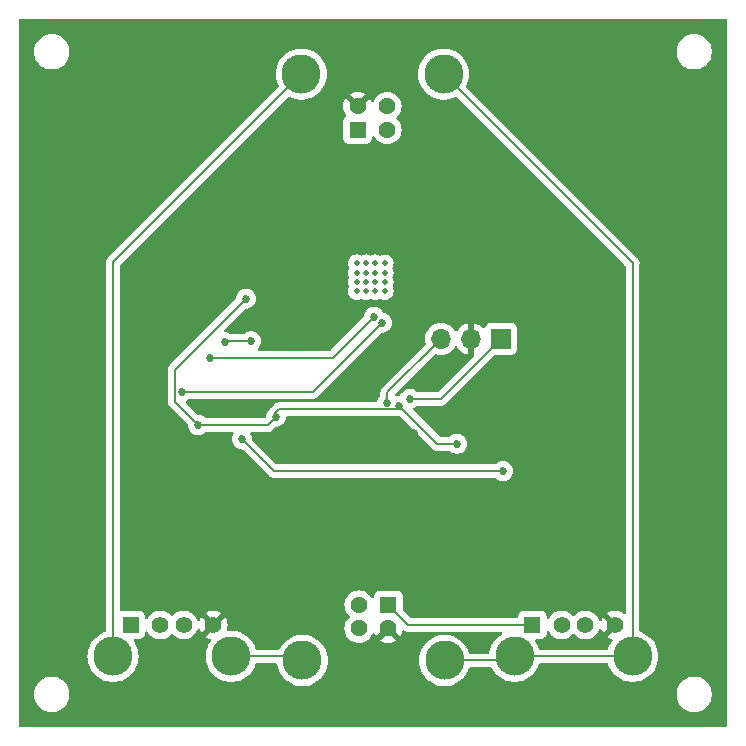
<source format=gbr>
%TF.GenerationSoftware,KiCad,Pcbnew,(7.0.0)*%
%TF.CreationDate,2023-04-25T20:48:09-05:00*%
%TF.ProjectId,GP2040-CE Planter,47503230-3430-42d4-9345-20506c616e74,rev?*%
%TF.SameCoordinates,Original*%
%TF.FileFunction,Copper,L4,Bot*%
%TF.FilePolarity,Positive*%
%FSLAX46Y46*%
G04 Gerber Fmt 4.6, Leading zero omitted, Abs format (unit mm)*
G04 Created by KiCad (PCBNEW (7.0.0)) date 2023-04-25 20:48:09*
%MOMM*%
%LPD*%
G01*
G04 APERTURE LIST*
%TA.AperFunction,ComponentPad*%
%ADD10R,1.428000X1.428000*%
%TD*%
%TA.AperFunction,ComponentPad*%
%ADD11C,1.428000*%
%TD*%
%TA.AperFunction,ComponentPad*%
%ADD12C,3.316000*%
%TD*%
%TA.AperFunction,ComponentPad*%
%ADD13R,1.700000X1.700000*%
%TD*%
%TA.AperFunction,ComponentPad*%
%ADD14O,1.700000X1.700000*%
%TD*%
%TA.AperFunction,ComponentPad*%
%ADD15R,1.408000X1.408000*%
%TD*%
%TA.AperFunction,ComponentPad*%
%ADD16C,1.408000*%
%TD*%
%TA.AperFunction,ComponentPad*%
%ADD17C,0.508000*%
%TD*%
%TA.AperFunction,ViaPad*%
%ADD18C,0.685800*%
%TD*%
%TA.AperFunction,Conductor*%
%ADD19C,0.152400*%
%TD*%
G04 APERTURE END LIST*
D10*
%TO.P,J3,1,VBUS*%
%TO.N,/DN_2_VBUS*%
X139290749Y-67629999D03*
D11*
%TO.P,J3,2,D-*%
%TO.N,/DB-*%
X136790750Y-67630000D03*
%TO.P,J3,3,D+*%
%TO.N,/DB+*%
X136790750Y-69630000D03*
%TO.P,J3,4,GND*%
%TO.N,GND*%
X139290750Y-69630000D03*
D12*
%TO.P,J3,SH1,SHIELD*%
%TO.N,Earth*%
X132020750Y-72340000D03*
%TO.P,J3,SH2,SHIELD__1*%
X144060750Y-72340000D03*
%TD*%
D13*
%TO.P,J4,1,Pin_1*%
%TO.N,/SEL*%
X148824999Y-45099999D03*
D14*
%TO.P,J4,2,Pin_2*%
%TO.N,GND*%
X146284999Y-45099999D03*
%TO.P,J4,3,Pin_3*%
%TO.N,/OEN*%
X143744999Y-45099999D03*
%TD*%
D15*
%TO.P,J5,1,VBUS*%
%TO.N,/DN_2_VBUS*%
X151487499Y-69329999D03*
D16*
%TO.P,J5,2,D-*%
%TO.N,/DN_2_D-*%
X153987500Y-69330000D03*
%TO.P,J5,3,D+*%
%TO.N,/DN_2_D+*%
X155987500Y-69330000D03*
%TO.P,J5,4,GND*%
%TO.N,GND*%
X158487500Y-69330000D03*
D12*
%TO.P,J5,SH1,SHIELD*%
%TO.N,Earth*%
X149987500Y-72000000D03*
%TO.P,J5,SH2,SHIELD__1*%
X159987500Y-72000000D03*
%TD*%
D17*
%TO.P,U2,V*%
%TO.N,N/C*%
X136618900Y-38718900D03*
X136618900Y-39506300D03*
X136618900Y-40293700D03*
X136618900Y-41081100D03*
X137406300Y-38718900D03*
X137406300Y-39506300D03*
X137406300Y-40293700D03*
X137406300Y-41081100D03*
X138193700Y-38718900D03*
X138193700Y-39506300D03*
X138193700Y-40293700D03*
X138193700Y-41081100D03*
X138981100Y-38718900D03*
X138981100Y-39506300D03*
X138981100Y-40293700D03*
X138981100Y-41081100D03*
%TD*%
D12*
%TO.P,J1,SH2,SHIELD__1*%
%TO.N,Earth*%
X131930000Y-22690000D03*
%TO.P,J1,SH1,SHIELD*%
X143970000Y-22690000D03*
D11*
%TO.P,J1,4,GND*%
%TO.N,GND*%
X136700000Y-25400000D03*
%TO.P,J1,3,D+*%
%TO.N,/UP_D+*%
X139200000Y-25400000D03*
%TO.P,J1,2,D-*%
%TO.N,/UP_D-*%
X139200000Y-27400000D03*
D10*
%TO.P,J1,1,VBUS*%
%TO.N,VBUS*%
X136699999Y-27399999D03*
%TD*%
D12*
%TO.P,J2,SH2,SHIELD__1*%
%TO.N,Earth*%
X125987500Y-72000000D03*
%TO.P,J2,SH1,SHIELD*%
X115987500Y-72000000D03*
D16*
%TO.P,J2,4,GND*%
%TO.N,GND*%
X124487500Y-69330000D03*
%TO.P,J2,3,D+*%
%TO.N,/DN_1_D+*%
X121987500Y-69330000D03*
%TO.P,J2,2,D-*%
%TO.N,/DN_1_D-*%
X119987500Y-69330000D03*
D15*
%TO.P,J2,1,VBUS*%
%TO.N,/DN_1_VBUS*%
X117487499Y-69329999D03*
%TD*%
D18*
%TO.N,GND*%
X141500000Y-53100000D03*
X133600000Y-53700000D03*
X134500000Y-33900000D03*
X137600000Y-32600000D03*
X123800000Y-53900000D03*
X129100000Y-45700000D03*
%TO.N,+3.3V*%
X127246000Y-41700000D03*
X123200000Y-52400000D03*
X129800000Y-51700000D03*
X145100000Y-54000000D03*
X140226471Y-50770348D03*
%TO.N,/OVERCUR2_N*%
X138746836Y-43735178D03*
X121800000Y-49600000D03*
%TO.N,/PWRCTL2_BATEN2*%
X124200000Y-46700000D03*
X138077025Y-43232089D03*
%TO.N,/PWRCTL1_BATEN1*%
X125500000Y-45400000D03*
X127700000Y-45300000D03*
%TO.N,/DN_2_VBUS*%
X149000000Y-56300000D03*
X126900000Y-53600000D03*
%TO.N,GND*%
X139500000Y-54500000D03*
%TO.N,/SEL*%
X141100000Y-50200000D03*
%TO.N,/OEN*%
X139200000Y-50500000D03*
%TD*%
D19*
%TO.N,Earth*%
X159987500Y-38707500D02*
X159987500Y-72000000D01*
X143970000Y-22690000D02*
X159987500Y-38707500D01*
X115987500Y-38632500D02*
X131930000Y-22690000D01*
X115987500Y-72000000D02*
X115987500Y-38632500D01*
X149647500Y-72340000D02*
X149987500Y-72000000D01*
X144060750Y-72340000D02*
X149647500Y-72340000D01*
X131680750Y-72000000D02*
X132020750Y-72340000D01*
X125987500Y-72000000D02*
X131680750Y-72000000D01*
%TO.N,+3.3V*%
X127246000Y-41700000D02*
X121228500Y-47717500D01*
X121228500Y-50428500D02*
X123200000Y-52400000D01*
X121228500Y-47717500D02*
X121228500Y-50428500D01*
X129100000Y-52400000D02*
X123200000Y-52400000D01*
X129800000Y-51700000D02*
X129100000Y-52400000D01*
X129700000Y-51600000D02*
X129800000Y-51700000D01*
X130028500Y-51071500D02*
X129700000Y-51400000D01*
X139925319Y-51071500D02*
X130028500Y-51071500D01*
X129700000Y-51400000D02*
X129700000Y-51600000D01*
X140226471Y-50770348D02*
X139925319Y-51071500D01*
X143456123Y-54000000D02*
X145100000Y-54000000D01*
X140226471Y-50770348D02*
X143456123Y-54000000D01*
%TO.N,/OVERCUR2_N*%
X132882014Y-49600000D02*
X121800000Y-49600000D01*
X138746836Y-43735178D02*
X132882014Y-49600000D01*
%TO.N,/PWRCTL2_BATEN2*%
X134609114Y-46700000D02*
X124200000Y-46700000D01*
X138077025Y-43232089D02*
X134609114Y-46700000D01*
%TO.N,/PWRCTL1_BATEN1*%
X125600000Y-45300000D02*
X125500000Y-45400000D01*
X127700000Y-45300000D02*
X125600000Y-45300000D01*
%TO.N,/DN_2_VBUS*%
X140990750Y-69330000D02*
X139290750Y-67630000D01*
X151487500Y-69330000D02*
X140990750Y-69330000D01*
%TO.N,Earth*%
X159987500Y-72000000D02*
X149987500Y-72000000D01*
%TO.N,/DN_2_VBUS*%
X126900000Y-53600000D02*
X129600000Y-56300000D01*
X129600000Y-56300000D02*
X149000000Y-56300000D01*
%TO.N,/SEL*%
X141100000Y-50200000D02*
X143725000Y-50200000D01*
X143725000Y-50200000D02*
X148825000Y-45100000D01*
%TO.N,/OEN*%
X139200000Y-49645000D02*
X139200000Y-50500000D01*
X143745000Y-45100000D02*
X139200000Y-49645000D01*
%TD*%
%TA.AperFunction,Conductor*%
%TO.N,GND*%
G36*
X167937500Y-18017113D02*
G01*
X167982887Y-18062500D01*
X167999500Y-18124500D01*
X167999500Y-77875500D01*
X167982887Y-77937500D01*
X167937500Y-77982887D01*
X167875500Y-77999500D01*
X108124500Y-77999500D01*
X108062500Y-77982887D01*
X108017113Y-77937500D01*
X108000500Y-77875500D01*
X108000500Y-75324335D01*
X109299500Y-75324335D01*
X109300343Y-75329387D01*
X109300344Y-75329398D01*
X109338952Y-75560768D01*
X109340429Y-75569614D01*
X109342093Y-75574461D01*
X109342094Y-75574465D01*
X109419507Y-75799962D01*
X109419510Y-75799969D01*
X109421172Y-75804810D01*
X109423607Y-75809310D01*
X109423610Y-75809316D01*
X109537084Y-76018997D01*
X109539526Y-76023509D01*
X109692262Y-76219744D01*
X109696029Y-76223211D01*
X109696032Y-76223215D01*
X109871439Y-76384688D01*
X109875215Y-76388164D01*
X109974057Y-76452740D01*
X110079099Y-76521368D01*
X110079102Y-76521369D01*
X110083393Y-76524173D01*
X110311119Y-76624063D01*
X110552179Y-76685108D01*
X110737933Y-76700500D01*
X110859497Y-76700500D01*
X110862067Y-76700500D01*
X111047821Y-76685108D01*
X111288881Y-76624063D01*
X111516607Y-76524173D01*
X111724785Y-76388164D01*
X111907738Y-76219744D01*
X112060474Y-76023509D01*
X112178828Y-75804810D01*
X112259571Y-75569614D01*
X112300500Y-75324335D01*
X163699500Y-75324335D01*
X163700343Y-75329387D01*
X163700344Y-75329398D01*
X163738952Y-75560768D01*
X163740429Y-75569614D01*
X163742093Y-75574461D01*
X163742094Y-75574465D01*
X163819507Y-75799962D01*
X163819510Y-75799969D01*
X163821172Y-75804810D01*
X163823607Y-75809310D01*
X163823610Y-75809316D01*
X163937084Y-76018997D01*
X163939526Y-76023509D01*
X164092262Y-76219744D01*
X164096029Y-76223211D01*
X164096032Y-76223215D01*
X164271439Y-76384688D01*
X164275215Y-76388164D01*
X164374057Y-76452740D01*
X164479099Y-76521368D01*
X164479102Y-76521369D01*
X164483393Y-76524173D01*
X164711119Y-76624063D01*
X164952179Y-76685108D01*
X165137933Y-76700500D01*
X165259497Y-76700500D01*
X165262067Y-76700500D01*
X165447821Y-76685108D01*
X165688881Y-76624063D01*
X165916607Y-76524173D01*
X166124785Y-76388164D01*
X166307738Y-76219744D01*
X166460474Y-76023509D01*
X166578828Y-75804810D01*
X166659571Y-75569614D01*
X166700500Y-75324335D01*
X166700500Y-75075665D01*
X166659571Y-74830386D01*
X166578828Y-74595190D01*
X166460474Y-74376491D01*
X166307738Y-74180256D01*
X166303970Y-74176787D01*
X166303967Y-74176784D01*
X166128560Y-74015311D01*
X166128559Y-74015310D01*
X166124785Y-74011836D01*
X166116885Y-74006675D01*
X165920900Y-73878631D01*
X165920893Y-73878627D01*
X165916607Y-73875827D01*
X165911916Y-73873769D01*
X165911910Y-73873766D01*
X165693577Y-73777997D01*
X165693578Y-73777997D01*
X165688881Y-73775937D01*
X165683911Y-73774678D01*
X165683910Y-73774678D01*
X165452795Y-73716151D01*
X165452788Y-73716149D01*
X165447821Y-73714892D01*
X165442709Y-73714468D01*
X165442701Y-73714467D01*
X165264633Y-73699712D01*
X165264617Y-73699711D01*
X165262067Y-73699500D01*
X165137933Y-73699500D01*
X165135383Y-73699711D01*
X165135366Y-73699712D01*
X164957298Y-73714467D01*
X164957288Y-73714468D01*
X164952179Y-73714892D01*
X164947213Y-73716149D01*
X164947204Y-73716151D01*
X164716089Y-73774678D01*
X164716084Y-73774679D01*
X164711119Y-73775937D01*
X164706425Y-73777995D01*
X164706422Y-73777997D01*
X164488089Y-73873766D01*
X164488077Y-73873772D01*
X164483393Y-73875827D01*
X164479111Y-73878624D01*
X164479099Y-73878631D01*
X164279512Y-74009028D01*
X164279506Y-74009031D01*
X164275215Y-74011836D01*
X164271446Y-74015305D01*
X164271439Y-74015311D01*
X164096032Y-74176784D01*
X164096023Y-74176793D01*
X164092262Y-74180256D01*
X164089113Y-74184301D01*
X164089111Y-74184304D01*
X163942678Y-74372440D01*
X163942672Y-74372448D01*
X163939526Y-74376491D01*
X163937088Y-74380995D01*
X163937084Y-74381002D01*
X163823610Y-74590683D01*
X163823605Y-74590693D01*
X163821172Y-74595190D01*
X163819511Y-74600026D01*
X163819507Y-74600037D01*
X163742094Y-74825534D01*
X163742092Y-74825541D01*
X163740429Y-74830386D01*
X163739585Y-74835441D01*
X163739585Y-74835443D01*
X163700344Y-75070601D01*
X163700343Y-75070613D01*
X163699500Y-75075665D01*
X163699500Y-75324335D01*
X112300500Y-75324335D01*
X112300500Y-75075665D01*
X112259571Y-74830386D01*
X112178828Y-74595190D01*
X112060474Y-74376491D01*
X111907738Y-74180256D01*
X111903970Y-74176787D01*
X111903967Y-74176784D01*
X111728560Y-74015311D01*
X111728559Y-74015310D01*
X111724785Y-74011836D01*
X111716885Y-74006675D01*
X111520900Y-73878631D01*
X111520893Y-73878627D01*
X111516607Y-73875827D01*
X111511916Y-73873769D01*
X111511910Y-73873766D01*
X111293577Y-73777997D01*
X111293578Y-73777997D01*
X111288881Y-73775937D01*
X111283911Y-73774678D01*
X111283910Y-73774678D01*
X111052795Y-73716151D01*
X111052788Y-73716149D01*
X111047821Y-73714892D01*
X111042709Y-73714468D01*
X111042701Y-73714467D01*
X110864633Y-73699712D01*
X110864617Y-73699711D01*
X110862067Y-73699500D01*
X110737933Y-73699500D01*
X110735383Y-73699711D01*
X110735366Y-73699712D01*
X110557298Y-73714467D01*
X110557288Y-73714468D01*
X110552179Y-73714892D01*
X110547213Y-73716149D01*
X110547204Y-73716151D01*
X110316089Y-73774678D01*
X110316084Y-73774679D01*
X110311119Y-73775937D01*
X110306425Y-73777995D01*
X110306422Y-73777997D01*
X110088089Y-73873766D01*
X110088077Y-73873772D01*
X110083393Y-73875827D01*
X110079111Y-73878624D01*
X110079099Y-73878631D01*
X109879512Y-74009028D01*
X109879506Y-74009031D01*
X109875215Y-74011836D01*
X109871446Y-74015305D01*
X109871439Y-74015311D01*
X109696032Y-74176784D01*
X109696023Y-74176793D01*
X109692262Y-74180256D01*
X109689113Y-74184301D01*
X109689111Y-74184304D01*
X109542678Y-74372440D01*
X109542672Y-74372448D01*
X109539526Y-74376491D01*
X109537088Y-74380995D01*
X109537084Y-74381002D01*
X109423610Y-74590683D01*
X109423605Y-74590693D01*
X109421172Y-74595190D01*
X109419511Y-74600026D01*
X109419507Y-74600037D01*
X109342094Y-74825534D01*
X109342092Y-74825541D01*
X109340429Y-74830386D01*
X109339585Y-74835441D01*
X109339585Y-74835443D01*
X109300344Y-75070601D01*
X109300343Y-75070613D01*
X109299500Y-75075665D01*
X109299500Y-75324335D01*
X108000500Y-75324335D01*
X108000500Y-72000000D01*
X113823956Y-72000000D01*
X113844107Y-72294603D01*
X113844968Y-72298750D01*
X113844970Y-72298759D01*
X113902728Y-72576700D01*
X113904186Y-72583717D01*
X113905604Y-72587709D01*
X113905607Y-72587717D01*
X114001652Y-72857961D01*
X114003073Y-72861958D01*
X114005020Y-72865716D01*
X114005022Y-72865720D01*
X114074173Y-72999175D01*
X114138926Y-73124143D01*
X114141372Y-73127608D01*
X114306769Y-73361924D01*
X114306773Y-73361929D01*
X114309214Y-73365387D01*
X114510766Y-73581196D01*
X114739827Y-73767550D01*
X114992129Y-73920979D01*
X115262973Y-74038623D01*
X115547314Y-74118292D01*
X115839855Y-74158500D01*
X116130907Y-74158500D01*
X116135145Y-74158500D01*
X116427686Y-74118292D01*
X116712027Y-74038623D01*
X116982871Y-73920979D01*
X117235173Y-73767550D01*
X117464234Y-73581196D01*
X117665786Y-73365387D01*
X117836074Y-73124143D01*
X117971927Y-72861958D01*
X118070814Y-72583717D01*
X118130893Y-72294603D01*
X118151044Y-72000000D01*
X123823956Y-72000000D01*
X123844107Y-72294603D01*
X123844968Y-72298750D01*
X123844970Y-72298759D01*
X123902728Y-72576700D01*
X123904186Y-72583717D01*
X123905604Y-72587709D01*
X123905607Y-72587717D01*
X124001652Y-72857961D01*
X124003073Y-72861958D01*
X124005020Y-72865716D01*
X124005022Y-72865720D01*
X124074173Y-72999175D01*
X124138926Y-73124143D01*
X124141372Y-73127608D01*
X124306769Y-73361924D01*
X124306773Y-73361929D01*
X124309214Y-73365387D01*
X124510766Y-73581196D01*
X124739827Y-73767550D01*
X124992129Y-73920979D01*
X125262973Y-74038623D01*
X125547314Y-74118292D01*
X125839855Y-74158500D01*
X126130907Y-74158500D01*
X126135145Y-74158500D01*
X126427686Y-74118292D01*
X126712027Y-74038623D01*
X126982871Y-73920979D01*
X127235173Y-73767550D01*
X127464234Y-73581196D01*
X127665786Y-73365387D01*
X127836074Y-73124143D01*
X127971927Y-72861958D01*
X128043996Y-72659174D01*
X128070212Y-72616063D01*
X128111434Y-72586966D01*
X128160836Y-72576700D01*
X129764444Y-72576700D01*
X129818971Y-72589332D01*
X129862389Y-72624655D01*
X129885850Y-72675472D01*
X129936571Y-72919558D01*
X129936572Y-72919560D01*
X129937436Y-72923717D01*
X129938854Y-72927708D01*
X129938857Y-72927717D01*
X130034902Y-73197961D01*
X130036323Y-73201958D01*
X130038270Y-73205716D01*
X130038272Y-73205720D01*
X130121005Y-73365387D01*
X130172176Y-73464143D01*
X130174622Y-73467608D01*
X130340019Y-73701924D01*
X130340023Y-73701929D01*
X130342464Y-73705387D01*
X130544016Y-73921196D01*
X130547297Y-73923865D01*
X130547300Y-73923868D01*
X130688354Y-74038623D01*
X130773077Y-74107550D01*
X131025379Y-74260979D01*
X131029264Y-74262666D01*
X131029265Y-74262667D01*
X131291314Y-74376491D01*
X131296223Y-74378623D01*
X131580564Y-74458292D01*
X131873105Y-74498500D01*
X132164157Y-74498500D01*
X132168395Y-74498500D01*
X132460936Y-74458292D01*
X132745277Y-74378623D01*
X133016121Y-74260979D01*
X133268423Y-74107550D01*
X133497484Y-73921196D01*
X133699036Y-73705387D01*
X133869324Y-73464143D01*
X134005177Y-73201958D01*
X134104064Y-72923717D01*
X134164143Y-72634603D01*
X134184294Y-72340000D01*
X134164143Y-72045397D01*
X134104064Y-71756283D01*
X134005177Y-71478042D01*
X133869324Y-71215857D01*
X133699036Y-70974613D01*
X133514051Y-70776543D01*
X133500371Y-70761895D01*
X133500369Y-70761893D01*
X133497484Y-70758804D01*
X133494202Y-70756134D01*
X133494199Y-70756131D01*
X133271705Y-70575120D01*
X133271704Y-70575119D01*
X133268423Y-70572450D01*
X133016121Y-70419021D01*
X133012241Y-70417335D01*
X133012234Y-70417332D01*
X132749158Y-70303062D01*
X132749148Y-70303058D01*
X132745277Y-70301377D01*
X132741205Y-70300236D01*
X132465010Y-70222849D01*
X132465003Y-70222847D01*
X132460936Y-70221708D01*
X132456744Y-70221131D01*
X132456740Y-70221131D01*
X132172594Y-70182077D01*
X132172592Y-70182076D01*
X132168395Y-70181500D01*
X131873105Y-70181500D01*
X131868908Y-70182076D01*
X131868905Y-70182077D01*
X131584759Y-70221131D01*
X131584752Y-70221132D01*
X131580564Y-70221708D01*
X131576499Y-70222846D01*
X131576489Y-70222849D01*
X131300294Y-70300236D01*
X131300289Y-70300237D01*
X131296223Y-70301377D01*
X131292356Y-70303056D01*
X131292341Y-70303062D01*
X131029265Y-70417332D01*
X131029252Y-70417338D01*
X131025379Y-70419021D01*
X131021768Y-70421216D01*
X131021760Y-70421221D01*
X130776689Y-70570253D01*
X130776684Y-70570256D01*
X130773077Y-70572450D01*
X130769802Y-70575114D01*
X130769794Y-70575120D01*
X130547300Y-70756131D01*
X130547289Y-70756140D01*
X130544016Y-70758804D01*
X130541137Y-70761886D01*
X130541128Y-70761895D01*
X130345352Y-70971520D01*
X130345347Y-70971525D01*
X130342464Y-70974613D01*
X130340028Y-70978063D01*
X130340019Y-70978075D01*
X130174622Y-71212391D01*
X130174618Y-71212396D01*
X130172176Y-71215857D01*
X130170230Y-71219611D01*
X130170226Y-71219619D01*
X130099380Y-71356348D01*
X130053711Y-71405248D01*
X129989282Y-71423300D01*
X128160836Y-71423300D01*
X128111434Y-71413034D01*
X128070212Y-71383937D01*
X128043996Y-71340825D01*
X128000919Y-71219619D01*
X127971927Y-71138042D01*
X127836074Y-70875857D01*
X127674497Y-70646954D01*
X127668230Y-70638075D01*
X127668228Y-70638072D01*
X127665786Y-70634613D01*
X127464234Y-70418804D01*
X127460952Y-70416134D01*
X127460949Y-70416131D01*
X127238455Y-70235120D01*
X127238454Y-70235119D01*
X127235173Y-70232450D01*
X126982871Y-70079021D01*
X126978991Y-70077335D01*
X126978984Y-70077332D01*
X126715908Y-69963062D01*
X126715898Y-69963058D01*
X126712027Y-69961377D01*
X126699111Y-69957758D01*
X126431760Y-69882849D01*
X126431753Y-69882847D01*
X126427686Y-69881708D01*
X126423494Y-69881131D01*
X126423490Y-69881131D01*
X126139344Y-69842077D01*
X126139342Y-69842076D01*
X126135145Y-69841500D01*
X125839855Y-69841500D01*
X125835661Y-69842076D01*
X125835652Y-69842077D01*
X125771848Y-69850846D01*
X125711333Y-69844071D01*
X125661340Y-69809305D01*
X125633925Y-69754933D01*
X125635699Y-69694066D01*
X125653928Y-69630000D01*
X135571611Y-69630000D01*
X135572083Y-69635395D01*
X135589659Y-69836302D01*
X135589660Y-69836309D01*
X135590132Y-69841701D01*
X135591531Y-69846922D01*
X135591533Y-69846933D01*
X135643688Y-70041574D01*
X135645134Y-70046970D01*
X135647418Y-70051869D01*
X135647421Y-70051876D01*
X135726347Y-70221131D01*
X135734945Y-70239570D01*
X135738051Y-70244007D01*
X135738053Y-70244009D01*
X135798173Y-70329869D01*
X135856835Y-70413647D01*
X136007103Y-70563915D01*
X136181180Y-70685805D01*
X136373780Y-70775616D01*
X136526312Y-70816487D01*
X136573816Y-70829216D01*
X136573818Y-70829216D01*
X136579049Y-70830618D01*
X136790750Y-70849139D01*
X137002451Y-70830618D01*
X137207720Y-70775616D01*
X137400320Y-70685805D01*
X137455805Y-70646954D01*
X138630717Y-70646954D01*
X138638148Y-70655063D01*
X138676990Y-70682261D01*
X138686347Y-70687663D01*
X138869048Y-70772857D01*
X138879173Y-70776543D01*
X139073903Y-70828720D01*
X139084535Y-70830595D01*
X139285355Y-70848165D01*
X139296145Y-70848165D01*
X139496964Y-70830595D01*
X139507596Y-70828720D01*
X139702326Y-70776543D01*
X139712451Y-70772857D01*
X139895156Y-70687661D01*
X139904509Y-70682261D01*
X139943347Y-70655066D01*
X139950780Y-70646953D01*
X139944867Y-70637671D01*
X139302292Y-69995095D01*
X139290750Y-69988431D01*
X139279207Y-69995095D01*
X138636631Y-70637671D01*
X138630717Y-70646954D01*
X137455805Y-70646954D01*
X137574397Y-70563915D01*
X137724665Y-70413647D01*
X137846555Y-70239570D01*
X137928644Y-70063528D01*
X137974401Y-70011353D01*
X138041026Y-69991934D01*
X138107651Y-70011354D01*
X138153408Y-70063530D01*
X138233089Y-70234408D01*
X138238486Y-70243756D01*
X138265683Y-70282597D01*
X138273795Y-70290030D01*
X138283077Y-70284117D01*
X139203068Y-69364127D01*
X139258655Y-69332033D01*
X139322843Y-69332033D01*
X139378430Y-69364127D01*
X140298421Y-70284117D01*
X140307703Y-70290030D01*
X140315816Y-70282597D01*
X140343011Y-70243759D01*
X140348411Y-70234406D01*
X140433607Y-70051701D01*
X140437293Y-70041574D01*
X140480239Y-69881297D01*
X140509510Y-69828625D01*
X140560155Y-69795971D01*
X140620213Y-69791046D01*
X140675499Y-69815013D01*
X140699912Y-69833746D01*
X140840201Y-69891856D01*
X140848259Y-69892916D01*
X140848260Y-69892917D01*
X140915475Y-69901765D01*
X140990750Y-69911676D01*
X140998809Y-69910615D01*
X141020488Y-69907761D01*
X141036673Y-69906700D01*
X148832937Y-69906700D01*
X148894447Y-69923032D01*
X148939755Y-69967725D01*
X148956925Y-70029006D01*
X148941436Y-70090734D01*
X148897366Y-70136648D01*
X148743439Y-70230253D01*
X148743434Y-70230256D01*
X148739827Y-70232450D01*
X148736552Y-70235114D01*
X148736544Y-70235120D01*
X148514050Y-70416131D01*
X148514039Y-70416140D01*
X148510766Y-70418804D01*
X148507887Y-70421886D01*
X148507878Y-70421895D01*
X148312102Y-70631520D01*
X148312097Y-70631525D01*
X148309214Y-70634613D01*
X148306778Y-70638063D01*
X148306769Y-70638075D01*
X148141372Y-70872391D01*
X148141368Y-70872396D01*
X148138926Y-70875857D01*
X148136980Y-70879611D01*
X148136976Y-70879619D01*
X148005022Y-71134279D01*
X148005017Y-71134288D01*
X148003073Y-71138042D01*
X148001656Y-71142027D01*
X148001652Y-71142038D01*
X147905607Y-71412282D01*
X147905603Y-71412294D01*
X147904186Y-71416283D01*
X147903324Y-71420427D01*
X147903321Y-71420441D01*
X147852600Y-71664528D01*
X147829139Y-71715345D01*
X147785721Y-71750668D01*
X147731194Y-71763300D01*
X146234086Y-71763300D01*
X146184684Y-71753034D01*
X146143462Y-71723937D01*
X146117246Y-71680825D01*
X146046597Y-71482038D01*
X146045177Y-71478042D01*
X145909324Y-71215857D01*
X145739036Y-70974613D01*
X145554051Y-70776543D01*
X145540371Y-70761895D01*
X145540369Y-70761893D01*
X145537484Y-70758804D01*
X145534202Y-70756134D01*
X145534199Y-70756131D01*
X145311705Y-70575120D01*
X145311704Y-70575119D01*
X145308423Y-70572450D01*
X145056121Y-70419021D01*
X145052241Y-70417335D01*
X145052234Y-70417332D01*
X144789158Y-70303062D01*
X144789148Y-70303058D01*
X144785277Y-70301377D01*
X144781205Y-70300236D01*
X144505010Y-70222849D01*
X144505003Y-70222847D01*
X144500936Y-70221708D01*
X144496744Y-70221131D01*
X144496740Y-70221131D01*
X144212594Y-70182077D01*
X144212592Y-70182076D01*
X144208395Y-70181500D01*
X143913105Y-70181500D01*
X143908908Y-70182076D01*
X143908905Y-70182077D01*
X143624759Y-70221131D01*
X143624752Y-70221132D01*
X143620564Y-70221708D01*
X143616499Y-70222846D01*
X143616489Y-70222849D01*
X143340294Y-70300236D01*
X143340289Y-70300237D01*
X143336223Y-70301377D01*
X143332356Y-70303056D01*
X143332341Y-70303062D01*
X143069265Y-70417332D01*
X143069252Y-70417338D01*
X143065379Y-70419021D01*
X143061768Y-70421216D01*
X143061760Y-70421221D01*
X142816689Y-70570253D01*
X142816684Y-70570256D01*
X142813077Y-70572450D01*
X142809802Y-70575114D01*
X142809794Y-70575120D01*
X142587300Y-70756131D01*
X142587289Y-70756140D01*
X142584016Y-70758804D01*
X142581137Y-70761886D01*
X142581128Y-70761895D01*
X142385352Y-70971520D01*
X142385347Y-70971525D01*
X142382464Y-70974613D01*
X142380028Y-70978063D01*
X142380019Y-70978075D01*
X142214622Y-71212391D01*
X142214618Y-71212396D01*
X142212176Y-71215857D01*
X142210230Y-71219611D01*
X142210226Y-71219619D01*
X142078272Y-71474279D01*
X142078267Y-71474288D01*
X142076323Y-71478042D01*
X142074906Y-71482027D01*
X142074902Y-71482038D01*
X141978857Y-71752282D01*
X141978853Y-71752294D01*
X141977436Y-71756283D01*
X141976573Y-71760433D01*
X141976572Y-71760439D01*
X141918220Y-72041240D01*
X141918218Y-72041251D01*
X141917357Y-72045397D01*
X141917068Y-72049621D01*
X141917067Y-72049629D01*
X141900601Y-72290370D01*
X141897206Y-72340000D01*
X141897495Y-72344225D01*
X141916676Y-72624655D01*
X141917357Y-72634603D01*
X141918218Y-72638750D01*
X141918220Y-72638759D01*
X141964602Y-72861958D01*
X141977436Y-72923717D01*
X141978854Y-72927709D01*
X141978857Y-72927717D01*
X142074902Y-73197961D01*
X142076323Y-73201958D01*
X142078270Y-73205716D01*
X142078272Y-73205720D01*
X142161005Y-73365387D01*
X142212176Y-73464143D01*
X142214622Y-73467608D01*
X142380019Y-73701924D01*
X142380023Y-73701929D01*
X142382464Y-73705387D01*
X142584016Y-73921196D01*
X142587297Y-73923865D01*
X142587300Y-73923868D01*
X142728354Y-74038623D01*
X142813077Y-74107550D01*
X143065379Y-74260979D01*
X143069264Y-74262666D01*
X143069265Y-74262667D01*
X143331314Y-74376491D01*
X143336223Y-74378623D01*
X143620564Y-74458292D01*
X143913105Y-74498500D01*
X144204157Y-74498500D01*
X144208395Y-74498500D01*
X144500936Y-74458292D01*
X144785277Y-74378623D01*
X145056121Y-74260979D01*
X145308423Y-74107550D01*
X145537484Y-73921196D01*
X145739036Y-73705387D01*
X145909324Y-73464143D01*
X146045177Y-73201958D01*
X146117246Y-72999174D01*
X146143462Y-72956063D01*
X146184684Y-72926966D01*
X146234086Y-72916700D01*
X147956032Y-72916700D01*
X148020461Y-72934752D01*
X148066129Y-72983651D01*
X148138926Y-73124143D01*
X148141372Y-73127608D01*
X148306769Y-73361924D01*
X148306773Y-73361929D01*
X148309214Y-73365387D01*
X148510766Y-73581196D01*
X148739827Y-73767550D01*
X148992129Y-73920979D01*
X149262973Y-74038623D01*
X149547314Y-74118292D01*
X149839855Y-74158500D01*
X150130907Y-74158500D01*
X150135145Y-74158500D01*
X150427686Y-74118292D01*
X150712027Y-74038623D01*
X150982871Y-73920979D01*
X151235173Y-73767550D01*
X151464234Y-73581196D01*
X151665786Y-73365387D01*
X151836074Y-73124143D01*
X151971927Y-72861958D01*
X152043996Y-72659174D01*
X152070212Y-72616063D01*
X152111434Y-72586966D01*
X152160836Y-72576700D01*
X157814164Y-72576700D01*
X157863566Y-72586966D01*
X157904788Y-72616063D01*
X157931003Y-72659174D01*
X158003073Y-72861958D01*
X158005020Y-72865716D01*
X158005022Y-72865720D01*
X158074173Y-72999175D01*
X158138926Y-73124143D01*
X158141372Y-73127608D01*
X158306769Y-73361924D01*
X158306773Y-73361929D01*
X158309214Y-73365387D01*
X158510766Y-73581196D01*
X158739827Y-73767550D01*
X158992129Y-73920979D01*
X159262973Y-74038623D01*
X159547314Y-74118292D01*
X159839855Y-74158500D01*
X160130907Y-74158500D01*
X160135145Y-74158500D01*
X160427686Y-74118292D01*
X160712027Y-74038623D01*
X160982871Y-73920979D01*
X161235173Y-73767550D01*
X161464234Y-73581196D01*
X161665786Y-73365387D01*
X161836074Y-73124143D01*
X161971927Y-72861958D01*
X162070814Y-72583717D01*
X162130893Y-72294603D01*
X162151044Y-72000000D01*
X162130893Y-71705397D01*
X162070814Y-71416283D01*
X161971927Y-71138042D01*
X161836074Y-70875857D01*
X161674497Y-70646954D01*
X161668230Y-70638075D01*
X161668228Y-70638072D01*
X161665786Y-70634613D01*
X161464234Y-70418804D01*
X161460952Y-70416134D01*
X161460949Y-70416131D01*
X161238455Y-70235120D01*
X161238454Y-70235119D01*
X161235173Y-70232450D01*
X160982871Y-70079021D01*
X160978991Y-70077335D01*
X160978984Y-70077332D01*
X160715908Y-69963062D01*
X160715898Y-69963058D01*
X160712027Y-69961377D01*
X160690661Y-69955390D01*
X160654745Y-69945327D01*
X160607775Y-69920307D01*
X160575620Y-69877903D01*
X160564200Y-69825925D01*
X160564200Y-38753423D01*
X160565261Y-38737238D01*
X160568115Y-38715559D01*
X160569176Y-38707500D01*
X160549356Y-38556951D01*
X160491247Y-38416662D01*
X160465854Y-38383570D01*
X160422015Y-38326438D01*
X160422014Y-38326437D01*
X160398807Y-38296193D01*
X160392364Y-38291249D01*
X160392358Y-38291243D01*
X160375004Y-38277927D01*
X160362810Y-38267233D01*
X145913845Y-23818268D01*
X145885661Y-23774761D01*
X145877727Y-23723533D01*
X145891429Y-23673538D01*
X145952475Y-23555725D01*
X145952474Y-23555725D01*
X145954427Y-23551958D01*
X146053314Y-23273717D01*
X146113393Y-22984603D01*
X146133544Y-22690000D01*
X146113393Y-22395397D01*
X146053314Y-22106283D01*
X145954427Y-21828042D01*
X145818574Y-21565857D01*
X145648286Y-21324613D01*
X145446734Y-21108804D01*
X145443452Y-21106134D01*
X145443449Y-21106131D01*
X145220955Y-20925120D01*
X145220954Y-20925119D01*
X145219990Y-20924335D01*
X163699500Y-20924335D01*
X163700343Y-20929387D01*
X163700344Y-20929398D01*
X163738952Y-21160768D01*
X163740429Y-21169614D01*
X163742093Y-21174461D01*
X163742094Y-21174465D01*
X163819507Y-21399962D01*
X163819510Y-21399969D01*
X163821172Y-21404810D01*
X163823607Y-21409310D01*
X163823610Y-21409316D01*
X163908326Y-21565857D01*
X163939526Y-21623509D01*
X164092262Y-21819744D01*
X164096029Y-21823211D01*
X164096032Y-21823215D01*
X164271439Y-21984688D01*
X164275215Y-21988164D01*
X164374057Y-22052740D01*
X164479099Y-22121368D01*
X164479102Y-22121369D01*
X164483393Y-22124173D01*
X164711119Y-22224063D01*
X164952179Y-22285108D01*
X165137933Y-22300500D01*
X165259497Y-22300500D01*
X165262067Y-22300500D01*
X165447821Y-22285108D01*
X165688881Y-22224063D01*
X165916607Y-22124173D01*
X166124785Y-21988164D01*
X166307738Y-21819744D01*
X166460474Y-21623509D01*
X166578828Y-21404810D01*
X166659571Y-21169614D01*
X166700500Y-20924335D01*
X166700500Y-20675665D01*
X166659571Y-20430386D01*
X166578828Y-20195190D01*
X166460474Y-19976491D01*
X166307738Y-19780256D01*
X166303970Y-19776787D01*
X166303967Y-19776784D01*
X166128560Y-19615311D01*
X166128559Y-19615310D01*
X166124785Y-19611836D01*
X166116885Y-19606675D01*
X165920900Y-19478631D01*
X165920893Y-19478627D01*
X165916607Y-19475827D01*
X165911916Y-19473769D01*
X165911910Y-19473766D01*
X165693577Y-19377997D01*
X165693578Y-19377997D01*
X165688881Y-19375937D01*
X165683911Y-19374678D01*
X165683910Y-19374678D01*
X165452795Y-19316151D01*
X165452788Y-19316149D01*
X165447821Y-19314892D01*
X165442709Y-19314468D01*
X165442701Y-19314467D01*
X165264633Y-19299712D01*
X165264617Y-19299711D01*
X165262067Y-19299500D01*
X165137933Y-19299500D01*
X165135383Y-19299711D01*
X165135366Y-19299712D01*
X164957298Y-19314467D01*
X164957288Y-19314468D01*
X164952179Y-19314892D01*
X164947213Y-19316149D01*
X164947204Y-19316151D01*
X164716089Y-19374678D01*
X164716084Y-19374679D01*
X164711119Y-19375937D01*
X164706425Y-19377995D01*
X164706422Y-19377997D01*
X164488089Y-19473766D01*
X164488077Y-19473772D01*
X164483393Y-19475827D01*
X164479111Y-19478624D01*
X164479099Y-19478631D01*
X164279512Y-19609028D01*
X164279506Y-19609031D01*
X164275215Y-19611836D01*
X164271446Y-19615305D01*
X164271439Y-19615311D01*
X164096032Y-19776784D01*
X164096023Y-19776793D01*
X164092262Y-19780256D01*
X164089113Y-19784301D01*
X164089111Y-19784304D01*
X163942678Y-19972440D01*
X163942672Y-19972448D01*
X163939526Y-19976491D01*
X163937088Y-19980995D01*
X163937084Y-19981002D01*
X163823610Y-20190683D01*
X163823605Y-20190693D01*
X163821172Y-20195190D01*
X163819511Y-20200026D01*
X163819507Y-20200037D01*
X163742094Y-20425534D01*
X163742092Y-20425541D01*
X163740429Y-20430386D01*
X163739585Y-20435441D01*
X163739585Y-20435443D01*
X163700344Y-20670601D01*
X163700343Y-20670613D01*
X163699500Y-20675665D01*
X163699500Y-20924335D01*
X145219990Y-20924335D01*
X145217673Y-20922450D01*
X144965371Y-20769021D01*
X144961491Y-20767335D01*
X144961484Y-20767332D01*
X144698408Y-20653062D01*
X144698398Y-20653058D01*
X144694527Y-20651377D01*
X144690455Y-20650236D01*
X144414260Y-20572849D01*
X144414253Y-20572847D01*
X144410186Y-20571708D01*
X144405994Y-20571131D01*
X144405990Y-20571131D01*
X144121844Y-20532077D01*
X144121842Y-20532076D01*
X144117645Y-20531500D01*
X143822355Y-20531500D01*
X143818158Y-20532076D01*
X143818155Y-20532077D01*
X143534009Y-20571131D01*
X143534002Y-20571132D01*
X143529814Y-20571708D01*
X143525749Y-20572846D01*
X143525739Y-20572849D01*
X143249544Y-20650236D01*
X143249539Y-20650237D01*
X143245473Y-20651377D01*
X143241606Y-20653056D01*
X143241591Y-20653062D01*
X142978515Y-20767332D01*
X142978502Y-20767338D01*
X142974629Y-20769021D01*
X142971018Y-20771216D01*
X142971010Y-20771221D01*
X142725939Y-20920253D01*
X142725934Y-20920256D01*
X142722327Y-20922450D01*
X142719052Y-20925114D01*
X142719044Y-20925120D01*
X142496550Y-21106131D01*
X142496539Y-21106140D01*
X142493266Y-21108804D01*
X142490387Y-21111886D01*
X142490378Y-21111895D01*
X142294602Y-21321520D01*
X142294597Y-21321525D01*
X142291714Y-21324613D01*
X142289278Y-21328063D01*
X142289269Y-21328075D01*
X142123872Y-21562391D01*
X142123868Y-21562396D01*
X142121426Y-21565857D01*
X142119480Y-21569611D01*
X142119476Y-21569619D01*
X141987522Y-21824279D01*
X141987517Y-21824288D01*
X141985573Y-21828042D01*
X141984156Y-21832027D01*
X141984152Y-21832038D01*
X141888107Y-22102282D01*
X141888103Y-22102294D01*
X141886686Y-22106283D01*
X141885823Y-22110433D01*
X141885822Y-22110439D01*
X141827470Y-22391240D01*
X141827468Y-22391251D01*
X141826607Y-22395397D01*
X141826318Y-22399621D01*
X141826317Y-22399629D01*
X141807028Y-22681627D01*
X141806456Y-22690000D01*
X141826607Y-22984603D01*
X141827468Y-22988750D01*
X141827470Y-22988759D01*
X141885822Y-23269560D01*
X141886686Y-23273717D01*
X141888104Y-23277709D01*
X141888107Y-23277717D01*
X141984152Y-23547961D01*
X141985573Y-23551958D01*
X141987520Y-23555716D01*
X141987522Y-23555720D01*
X142074475Y-23723532D01*
X142121426Y-23814143D01*
X142123872Y-23817608D01*
X142289269Y-24051924D01*
X142289273Y-24051929D01*
X142291714Y-24055387D01*
X142294602Y-24058479D01*
X142479700Y-24256671D01*
X142493266Y-24271196D01*
X142496547Y-24273865D01*
X142496550Y-24273868D01*
X142630748Y-24383045D01*
X142722327Y-24457550D01*
X142974629Y-24610979D01*
X142978514Y-24612666D01*
X142978515Y-24612667D01*
X142997211Y-24620788D01*
X143245473Y-24728623D01*
X143529814Y-24808292D01*
X143822355Y-24848500D01*
X144113407Y-24848500D01*
X144117645Y-24848500D01*
X144410186Y-24808292D01*
X144694527Y-24728623D01*
X144964677Y-24611280D01*
X145012664Y-24601023D01*
X145060876Y-24610186D01*
X145101757Y-24637334D01*
X159374481Y-38910058D01*
X159401361Y-38950286D01*
X159410800Y-38997739D01*
X159410800Y-68263678D01*
X159392227Y-68328955D01*
X159342072Y-68374678D01*
X159275360Y-68387149D01*
X159216603Y-68364387D01*
X159216180Y-68365071D01*
X159212524Y-68362807D01*
X159212074Y-68362633D01*
X159211306Y-68362053D01*
X159031339Y-68250622D01*
X159021126Y-68245536D01*
X158823749Y-68169072D01*
X158812764Y-68165947D01*
X158604696Y-68127052D01*
X158593338Y-68126000D01*
X158381662Y-68126000D01*
X158370303Y-68127052D01*
X158162235Y-68165947D01*
X158151250Y-68169072D01*
X157953874Y-68245536D01*
X157943657Y-68250624D01*
X157843191Y-68312829D01*
X157835254Y-68320675D01*
X157841184Y-68330130D01*
X158487500Y-68976447D01*
X158753372Y-69242319D01*
X158785466Y-69297906D01*
X158785466Y-69362094D01*
X158753372Y-69417681D01*
X157841183Y-70329869D01*
X157835253Y-70339323D01*
X157843190Y-70347168D01*
X157943660Y-70409377D01*
X157953873Y-70414463D01*
X158151250Y-70490927D01*
X158162236Y-70494053D01*
X158189765Y-70499199D01*
X158245429Y-70525057D01*
X158281873Y-70574441D01*
X158290169Y-70635254D01*
X158268285Y-70692596D01*
X158141372Y-70872391D01*
X158141368Y-70872396D01*
X158138926Y-70875857D01*
X158136980Y-70879611D01*
X158136976Y-70879619D01*
X158005022Y-71134279D01*
X158005017Y-71134288D01*
X158003073Y-71138042D01*
X158001656Y-71142027D01*
X158001652Y-71142038D01*
X157931004Y-71340825D01*
X157904788Y-71383937D01*
X157863566Y-71413034D01*
X157814164Y-71423300D01*
X152160836Y-71423300D01*
X152111434Y-71413034D01*
X152070212Y-71383937D01*
X152043996Y-71340825D01*
X152000919Y-71219619D01*
X151971927Y-71138042D01*
X151836074Y-70875857D01*
X151733121Y-70730006D01*
X151710715Y-70666961D01*
X151724328Y-70601451D01*
X151769998Y-70552551D01*
X151834426Y-70534499D01*
X152236061Y-70534499D01*
X152239372Y-70534499D01*
X152298983Y-70528091D01*
X152433831Y-70477796D01*
X152549046Y-70391546D01*
X152635296Y-70276331D01*
X152685591Y-70141483D01*
X152692000Y-70081873D01*
X152691999Y-69957754D01*
X152709383Y-69894440D01*
X152756663Y-69848875D01*
X152820580Y-69833842D01*
X152883213Y-69853554D01*
X152926999Y-69902485D01*
X152959026Y-69966804D01*
X152962478Y-69971375D01*
X153090092Y-70140365D01*
X153090097Y-70140370D01*
X153093550Y-70144943D01*
X153097786Y-70148804D01*
X153097790Y-70148809D01*
X153191964Y-70234659D01*
X153258517Y-70295330D01*
X153263387Y-70298345D01*
X153263388Y-70298346D01*
X153268283Y-70301377D01*
X153448308Y-70412843D01*
X153656461Y-70493482D01*
X153875887Y-70534500D01*
X154093384Y-70534500D01*
X154099113Y-70534500D01*
X154318539Y-70493482D01*
X154526692Y-70412843D01*
X154716483Y-70295330D01*
X154881450Y-70144943D01*
X154888547Y-70135543D01*
X154932227Y-70099272D01*
X154987500Y-70086272D01*
X155042773Y-70099272D01*
X155086452Y-70135543D01*
X155093550Y-70144943D01*
X155097784Y-70148803D01*
X155097787Y-70148806D01*
X155133651Y-70181500D01*
X155258517Y-70295330D01*
X155263387Y-70298345D01*
X155263388Y-70298346D01*
X155268283Y-70301377D01*
X155448308Y-70412843D01*
X155656461Y-70493482D01*
X155875887Y-70534500D01*
X156093384Y-70534500D01*
X156099113Y-70534500D01*
X156318539Y-70493482D01*
X156526692Y-70412843D01*
X156716483Y-70295330D01*
X156881450Y-70144943D01*
X157015974Y-69966804D01*
X157115474Y-69766980D01*
X157118492Y-69756372D01*
X157150885Y-69701819D01*
X157206025Y-69670429D01*
X157269474Y-69670424D01*
X157324620Y-69701806D01*
X157357023Y-69756357D01*
X157358423Y-69761276D01*
X157362553Y-69771938D01*
X157456898Y-69961409D01*
X157462905Y-69971111D01*
X157465063Y-69973969D01*
X157476193Y-69982240D01*
X157488357Y-69975587D01*
X158122403Y-69341542D01*
X158129067Y-69330000D01*
X158122403Y-69318457D01*
X157488359Y-68684413D01*
X157476192Y-68677758D01*
X157465064Y-68686028D01*
X157462903Y-68688890D01*
X157456898Y-68698590D01*
X157362553Y-68888061D01*
X157358421Y-68898726D01*
X157357022Y-68903645D01*
X157324618Y-68958195D01*
X157269474Y-68989575D01*
X157206026Y-68989570D01*
X157150886Y-68958181D01*
X157118492Y-68903628D01*
X157115474Y-68893020D01*
X157015974Y-68693196D01*
X156940635Y-68593431D01*
X156884907Y-68519634D01*
X156884903Y-68519630D01*
X156881450Y-68515057D01*
X156877213Y-68511194D01*
X156877209Y-68511190D01*
X156737324Y-68383669D01*
X156716483Y-68364670D01*
X156711613Y-68361655D01*
X156711611Y-68361653D01*
X156583526Y-68282347D01*
X156526692Y-68247157D01*
X156518566Y-68244009D01*
X156323886Y-68168589D01*
X156323881Y-68168587D01*
X156318539Y-68166518D01*
X156312901Y-68165464D01*
X156104742Y-68126552D01*
X156104739Y-68126551D01*
X156099113Y-68125500D01*
X155875887Y-68125500D01*
X155870261Y-68126551D01*
X155870257Y-68126552D01*
X155662098Y-68165464D01*
X155662095Y-68165464D01*
X155656461Y-68166518D01*
X155651121Y-68168586D01*
X155651113Y-68168589D01*
X155453650Y-68245087D01*
X155453645Y-68245089D01*
X155448308Y-68247157D01*
X155443436Y-68250173D01*
X155443433Y-68250175D01*
X155263388Y-68361653D01*
X155263380Y-68361658D01*
X155258517Y-68364670D01*
X155254286Y-68368526D01*
X155254282Y-68368530D01*
X155097790Y-68511190D01*
X155097780Y-68511200D01*
X155093550Y-68515057D01*
X155090096Y-68519630D01*
X155090093Y-68519634D01*
X155086452Y-68524456D01*
X155042770Y-68560727D01*
X154987500Y-68573726D01*
X154932230Y-68560727D01*
X154888548Y-68524456D01*
X154884906Y-68519634D01*
X154881450Y-68515057D01*
X154877213Y-68511194D01*
X154877209Y-68511190D01*
X154737324Y-68383669D01*
X154716483Y-68364670D01*
X154711613Y-68361655D01*
X154711611Y-68361653D01*
X154583526Y-68282347D01*
X154526692Y-68247157D01*
X154518566Y-68244009D01*
X154323886Y-68168589D01*
X154323881Y-68168587D01*
X154318539Y-68166518D01*
X154312901Y-68165464D01*
X154104742Y-68126552D01*
X154104739Y-68126551D01*
X154099113Y-68125500D01*
X153875887Y-68125500D01*
X153870261Y-68126551D01*
X153870257Y-68126552D01*
X153662098Y-68165464D01*
X153662095Y-68165464D01*
X153656461Y-68166518D01*
X153651121Y-68168586D01*
X153651113Y-68168589D01*
X153453650Y-68245087D01*
X153453645Y-68245089D01*
X153448308Y-68247157D01*
X153443436Y-68250173D01*
X153443433Y-68250175D01*
X153263388Y-68361653D01*
X153263380Y-68361658D01*
X153258517Y-68364670D01*
X153254286Y-68368526D01*
X153254282Y-68368530D01*
X153097790Y-68511190D01*
X153097780Y-68511200D01*
X153093550Y-68515057D01*
X153090101Y-68519623D01*
X153090092Y-68519634D01*
X152962478Y-68688624D01*
X152962475Y-68688628D01*
X152959026Y-68693196D01*
X152956471Y-68698326D01*
X152956471Y-68698327D01*
X152926999Y-68757515D01*
X152883214Y-68806447D01*
X152820581Y-68826159D01*
X152756664Y-68811126D01*
X152709384Y-68765562D01*
X152691999Y-68702244D01*
X152691999Y-68581439D01*
X152691999Y-68578128D01*
X152685591Y-68518517D01*
X152635296Y-68383669D01*
X152549046Y-68268454D01*
X152524628Y-68250175D01*
X152440931Y-68187519D01*
X152440930Y-68187518D01*
X152433831Y-68182204D01*
X152298983Y-68131909D01*
X152291270Y-68131079D01*
X152291267Y-68131079D01*
X152242680Y-68125855D01*
X152242669Y-68125854D01*
X152239373Y-68125500D01*
X152236050Y-68125500D01*
X150738939Y-68125500D01*
X150738920Y-68125500D01*
X150735628Y-68125501D01*
X150732350Y-68125853D01*
X150732338Y-68125854D01*
X150683731Y-68131079D01*
X150683725Y-68131080D01*
X150676017Y-68131909D01*
X150668752Y-68134618D01*
X150668746Y-68134620D01*
X150549480Y-68179104D01*
X150549478Y-68179104D01*
X150541169Y-68182204D01*
X150534072Y-68187516D01*
X150534068Y-68187519D01*
X150433050Y-68263141D01*
X150433046Y-68263144D01*
X150425954Y-68268454D01*
X150420644Y-68275546D01*
X150420641Y-68275550D01*
X150345019Y-68376568D01*
X150345016Y-68376572D01*
X150339704Y-68383669D01*
X150336604Y-68391978D01*
X150336604Y-68391980D01*
X150292120Y-68511247D01*
X150292119Y-68511250D01*
X150289409Y-68518517D01*
X150288579Y-68526227D01*
X150288579Y-68526232D01*
X150283355Y-68574819D01*
X150283354Y-68574831D01*
X150283000Y-68578127D01*
X150283000Y-68581449D01*
X150283000Y-68629300D01*
X150266387Y-68691300D01*
X150221000Y-68736687D01*
X150159000Y-68753300D01*
X141280989Y-68753300D01*
X141233536Y-68743861D01*
X141193308Y-68716981D01*
X140541568Y-68065241D01*
X140514688Y-68025013D01*
X140505249Y-67977560D01*
X140505249Y-66871439D01*
X140505249Y-66868128D01*
X140498841Y-66808517D01*
X140448546Y-66673669D01*
X140362296Y-66558454D01*
X140247081Y-66472204D01*
X140176715Y-66445959D01*
X140119502Y-66424620D01*
X140119500Y-66424619D01*
X140112233Y-66421909D01*
X140104520Y-66421079D01*
X140104517Y-66421079D01*
X140055930Y-66415855D01*
X140055919Y-66415854D01*
X140052623Y-66415500D01*
X140049300Y-66415500D01*
X138532189Y-66415500D01*
X138532170Y-66415500D01*
X138528878Y-66415501D01*
X138525600Y-66415853D01*
X138525588Y-66415854D01*
X138476981Y-66421079D01*
X138476975Y-66421080D01*
X138469267Y-66421909D01*
X138462002Y-66424618D01*
X138461996Y-66424620D01*
X138342730Y-66469104D01*
X138342728Y-66469104D01*
X138334419Y-66472204D01*
X138327322Y-66477516D01*
X138327318Y-66477519D01*
X138226300Y-66553141D01*
X138226296Y-66553144D01*
X138219204Y-66558454D01*
X138213894Y-66565546D01*
X138213891Y-66565550D01*
X138138269Y-66666568D01*
X138138266Y-66666572D01*
X138132954Y-66673669D01*
X138129854Y-66681978D01*
X138129854Y-66681980D01*
X138085370Y-66801247D01*
X138085369Y-66801250D01*
X138082659Y-66808517D01*
X138081829Y-66816227D01*
X138081829Y-66816232D01*
X138076605Y-66864819D01*
X138076604Y-66864831D01*
X138076250Y-66868127D01*
X138076250Y-66871448D01*
X138076250Y-66871449D01*
X138076250Y-66956444D01*
X138059637Y-67018444D01*
X138014250Y-67063831D01*
X137952250Y-67080444D01*
X137890250Y-67063831D01*
X137846728Y-67020309D01*
X137846555Y-67020431D01*
X137724665Y-66846353D01*
X137574397Y-66696085D01*
X137400320Y-66574195D01*
X137381781Y-66565550D01*
X137212626Y-66486671D01*
X137212619Y-66486668D01*
X137207720Y-66484384D01*
X137202493Y-66482983D01*
X137202492Y-66482983D01*
X137007683Y-66430783D01*
X137007672Y-66430781D01*
X137002451Y-66429382D01*
X136997059Y-66428910D01*
X136997052Y-66428909D01*
X136796145Y-66411333D01*
X136790750Y-66410861D01*
X136785355Y-66411333D01*
X136584447Y-66428909D01*
X136584438Y-66428910D01*
X136579049Y-66429382D01*
X136573828Y-66430780D01*
X136573816Y-66430783D01*
X136379007Y-66482983D01*
X136379002Y-66482984D01*
X136373780Y-66484384D01*
X136368884Y-66486666D01*
X136368873Y-66486671D01*
X136186091Y-66571905D01*
X136186087Y-66571907D01*
X136181181Y-66574195D01*
X136176748Y-66577298D01*
X136176741Y-66577303D01*
X136011538Y-66692979D01*
X136011533Y-66692982D01*
X136007103Y-66696085D01*
X136003279Y-66699908D01*
X136003273Y-66699914D01*
X135860664Y-66842523D01*
X135860658Y-66842529D01*
X135856835Y-66846353D01*
X135853732Y-66850783D01*
X135853729Y-66850788D01*
X135738053Y-67015991D01*
X135738050Y-67015996D01*
X135734945Y-67020431D01*
X135732657Y-67025337D01*
X135732655Y-67025341D01*
X135647421Y-67208123D01*
X135647416Y-67208134D01*
X135645134Y-67213030D01*
X135643734Y-67218252D01*
X135643733Y-67218257D01*
X135591533Y-67413066D01*
X135591530Y-67413078D01*
X135590132Y-67418299D01*
X135589660Y-67423688D01*
X135589659Y-67423697D01*
X135572310Y-67622001D01*
X135571611Y-67630000D01*
X135572083Y-67635395D01*
X135589659Y-67836302D01*
X135589660Y-67836309D01*
X135590132Y-67841701D01*
X135591531Y-67846922D01*
X135591533Y-67846933D01*
X135640298Y-68028922D01*
X135645134Y-68046970D01*
X135647418Y-68051869D01*
X135647421Y-68051876D01*
X135708195Y-68182204D01*
X135734945Y-68239570D01*
X135738051Y-68244006D01*
X135738053Y-68244009D01*
X135755170Y-68268454D01*
X135856835Y-68413647D01*
X135860664Y-68417476D01*
X135985507Y-68542319D01*
X136017601Y-68597906D01*
X136017601Y-68662094D01*
X135985507Y-68717681D01*
X135860664Y-68842523D01*
X135860658Y-68842529D01*
X135856835Y-68846353D01*
X135853732Y-68850783D01*
X135853729Y-68850788D01*
X135738053Y-69015991D01*
X135738048Y-69015998D01*
X135734945Y-69020431D01*
X135732657Y-69025337D01*
X135732655Y-69025341D01*
X135647421Y-69208123D01*
X135647416Y-69208134D01*
X135645134Y-69213030D01*
X135643734Y-69218252D01*
X135643733Y-69218257D01*
X135591533Y-69413066D01*
X135591530Y-69413078D01*
X135590132Y-69418299D01*
X135589660Y-69423688D01*
X135589659Y-69423697D01*
X135578918Y-69546474D01*
X135571611Y-69630000D01*
X125653928Y-69630000D01*
X125674501Y-69557693D01*
X125676598Y-69546474D01*
X125696129Y-69335709D01*
X125696129Y-69324291D01*
X125676598Y-69113525D01*
X125674500Y-69102303D01*
X125616577Y-68898725D01*
X125612446Y-68888061D01*
X125518107Y-68698601D01*
X125512086Y-68688877D01*
X125509934Y-68686027D01*
X125498806Y-68677758D01*
X125486641Y-68684411D01*
X123841183Y-70329869D01*
X123835253Y-70339323D01*
X123843190Y-70347168D01*
X123943660Y-70409377D01*
X123953873Y-70414463D01*
X124151250Y-70490927D01*
X124162236Y-70494053D01*
X124189765Y-70499199D01*
X124245429Y-70525057D01*
X124281873Y-70574441D01*
X124290169Y-70635254D01*
X124268285Y-70692596D01*
X124141372Y-70872391D01*
X124141368Y-70872396D01*
X124138926Y-70875857D01*
X124136980Y-70879611D01*
X124136976Y-70879619D01*
X124005022Y-71134279D01*
X124005017Y-71134288D01*
X124003073Y-71138042D01*
X124001656Y-71142027D01*
X124001652Y-71142038D01*
X123905607Y-71412282D01*
X123905603Y-71412294D01*
X123904186Y-71416283D01*
X123903323Y-71420433D01*
X123903322Y-71420439D01*
X123844970Y-71701240D01*
X123844968Y-71701251D01*
X123844107Y-71705397D01*
X123843818Y-71709621D01*
X123843817Y-71709629D01*
X123840626Y-71756283D01*
X123823956Y-72000000D01*
X118151044Y-72000000D01*
X118130893Y-71705397D01*
X118070814Y-71416283D01*
X117971927Y-71138042D01*
X117836074Y-70875857D01*
X117733121Y-70730006D01*
X117710715Y-70666961D01*
X117724328Y-70601451D01*
X117769998Y-70552551D01*
X117834426Y-70534499D01*
X118236061Y-70534499D01*
X118239372Y-70534499D01*
X118298983Y-70528091D01*
X118433831Y-70477796D01*
X118549046Y-70391546D01*
X118635296Y-70276331D01*
X118685591Y-70141483D01*
X118692000Y-70081873D01*
X118691999Y-69957754D01*
X118709383Y-69894440D01*
X118756663Y-69848875D01*
X118820580Y-69833842D01*
X118883213Y-69853554D01*
X118926999Y-69902485D01*
X118959026Y-69966804D01*
X118962478Y-69971375D01*
X119090092Y-70140365D01*
X119090097Y-70140370D01*
X119093550Y-70144943D01*
X119097786Y-70148804D01*
X119097790Y-70148809D01*
X119191964Y-70234659D01*
X119258517Y-70295330D01*
X119263387Y-70298345D01*
X119263388Y-70298346D01*
X119268283Y-70301377D01*
X119448308Y-70412843D01*
X119656461Y-70493482D01*
X119875887Y-70534500D01*
X120093384Y-70534500D01*
X120099113Y-70534500D01*
X120318539Y-70493482D01*
X120526692Y-70412843D01*
X120716483Y-70295330D01*
X120881450Y-70144943D01*
X120888547Y-70135543D01*
X120932227Y-70099272D01*
X120987500Y-70086272D01*
X121042773Y-70099272D01*
X121086452Y-70135543D01*
X121093550Y-70144943D01*
X121097784Y-70148803D01*
X121097787Y-70148806D01*
X121133651Y-70181500D01*
X121258517Y-70295330D01*
X121263387Y-70298345D01*
X121263388Y-70298346D01*
X121268283Y-70301377D01*
X121448308Y-70412843D01*
X121656461Y-70493482D01*
X121875887Y-70534500D01*
X122093384Y-70534500D01*
X122099113Y-70534500D01*
X122318539Y-70493482D01*
X122526692Y-70412843D01*
X122716483Y-70295330D01*
X122881450Y-70144943D01*
X123015974Y-69966804D01*
X123115474Y-69766980D01*
X123118492Y-69756372D01*
X123150885Y-69701819D01*
X123206025Y-69670429D01*
X123269474Y-69670424D01*
X123324620Y-69701806D01*
X123357023Y-69756357D01*
X123358423Y-69761276D01*
X123362553Y-69771938D01*
X123456898Y-69961409D01*
X123462905Y-69971111D01*
X123465063Y-69973969D01*
X123476193Y-69982240D01*
X123488357Y-69975587D01*
X124122403Y-69341542D01*
X124129067Y-69330000D01*
X124122403Y-69318457D01*
X123488359Y-68684413D01*
X123476192Y-68677758D01*
X123465064Y-68686028D01*
X123462903Y-68688890D01*
X123456898Y-68698590D01*
X123362553Y-68888061D01*
X123358421Y-68898726D01*
X123357022Y-68903645D01*
X123324618Y-68958195D01*
X123269474Y-68989575D01*
X123206026Y-68989570D01*
X123150886Y-68958181D01*
X123118492Y-68903628D01*
X123115474Y-68893020D01*
X123015974Y-68693196D01*
X122940635Y-68593431D01*
X122884907Y-68519634D01*
X122884903Y-68519630D01*
X122881450Y-68515057D01*
X122877213Y-68511194D01*
X122877209Y-68511190D01*
X122737324Y-68383669D01*
X122716483Y-68364670D01*
X122711613Y-68361655D01*
X122711611Y-68361653D01*
X122645429Y-68320675D01*
X123835254Y-68320675D01*
X123841184Y-68330130D01*
X124475957Y-68964903D01*
X124487500Y-68971567D01*
X124499042Y-68964903D01*
X125133814Y-68330130D01*
X125139744Y-68320675D01*
X125131809Y-68312830D01*
X125031339Y-68250622D01*
X125021126Y-68245536D01*
X124823749Y-68169072D01*
X124812764Y-68165947D01*
X124604696Y-68127052D01*
X124593338Y-68126000D01*
X124381662Y-68126000D01*
X124370303Y-68127052D01*
X124162235Y-68165947D01*
X124151250Y-68169072D01*
X123953874Y-68245536D01*
X123943657Y-68250624D01*
X123843191Y-68312829D01*
X123835254Y-68320675D01*
X122645429Y-68320675D01*
X122583526Y-68282347D01*
X122526692Y-68247157D01*
X122518566Y-68244009D01*
X122323886Y-68168589D01*
X122323881Y-68168587D01*
X122318539Y-68166518D01*
X122312901Y-68165464D01*
X122104742Y-68126552D01*
X122104739Y-68126551D01*
X122099113Y-68125500D01*
X121875887Y-68125500D01*
X121870261Y-68126551D01*
X121870257Y-68126552D01*
X121662098Y-68165464D01*
X121662095Y-68165464D01*
X121656461Y-68166518D01*
X121651121Y-68168586D01*
X121651113Y-68168589D01*
X121453650Y-68245087D01*
X121453645Y-68245089D01*
X121448308Y-68247157D01*
X121443436Y-68250173D01*
X121443433Y-68250175D01*
X121263388Y-68361653D01*
X121263380Y-68361658D01*
X121258517Y-68364670D01*
X121254286Y-68368526D01*
X121254282Y-68368530D01*
X121097790Y-68511190D01*
X121097780Y-68511200D01*
X121093550Y-68515057D01*
X121090096Y-68519630D01*
X121090093Y-68519634D01*
X121086452Y-68524456D01*
X121042770Y-68560727D01*
X120987500Y-68573726D01*
X120932230Y-68560727D01*
X120888548Y-68524456D01*
X120884906Y-68519634D01*
X120881450Y-68515057D01*
X120877213Y-68511194D01*
X120877209Y-68511190D01*
X120737324Y-68383669D01*
X120716483Y-68364670D01*
X120711613Y-68361655D01*
X120711611Y-68361653D01*
X120583526Y-68282347D01*
X120526692Y-68247157D01*
X120518566Y-68244009D01*
X120323886Y-68168589D01*
X120323881Y-68168587D01*
X120318539Y-68166518D01*
X120312901Y-68165464D01*
X120104742Y-68126552D01*
X120104739Y-68126551D01*
X120099113Y-68125500D01*
X119875887Y-68125500D01*
X119870261Y-68126551D01*
X119870257Y-68126552D01*
X119662098Y-68165464D01*
X119662095Y-68165464D01*
X119656461Y-68166518D01*
X119651121Y-68168586D01*
X119651113Y-68168589D01*
X119453650Y-68245087D01*
X119453645Y-68245089D01*
X119448308Y-68247157D01*
X119443436Y-68250173D01*
X119443433Y-68250175D01*
X119263388Y-68361653D01*
X119263380Y-68361658D01*
X119258517Y-68364670D01*
X119254286Y-68368526D01*
X119254282Y-68368530D01*
X119097790Y-68511190D01*
X119097780Y-68511200D01*
X119093550Y-68515057D01*
X119090101Y-68519623D01*
X119090092Y-68519634D01*
X118962478Y-68688624D01*
X118962475Y-68688628D01*
X118959026Y-68693196D01*
X118956471Y-68698326D01*
X118956471Y-68698327D01*
X118926999Y-68757515D01*
X118883214Y-68806447D01*
X118820581Y-68826159D01*
X118756664Y-68811126D01*
X118709384Y-68765562D01*
X118691999Y-68702244D01*
X118691999Y-68581439D01*
X118691999Y-68578128D01*
X118685591Y-68518517D01*
X118635296Y-68383669D01*
X118549046Y-68268454D01*
X118524628Y-68250175D01*
X118440931Y-68187519D01*
X118440930Y-68187518D01*
X118433831Y-68182204D01*
X118298983Y-68131909D01*
X118291270Y-68131079D01*
X118291267Y-68131079D01*
X118242680Y-68125855D01*
X118242669Y-68125854D01*
X118239373Y-68125500D01*
X118236050Y-68125500D01*
X116738939Y-68125500D01*
X116738920Y-68125500D01*
X116735628Y-68125501D01*
X116732348Y-68125853D01*
X116732340Y-68125854D01*
X116715982Y-68127612D01*
X116701452Y-68129174D01*
X116634018Y-68117421D01*
X116583094Y-68071678D01*
X116564200Y-68005885D01*
X116564200Y-50428500D01*
X120646824Y-50428500D01*
X120647885Y-50436559D01*
X120665582Y-50570989D01*
X120665583Y-50570995D01*
X120666644Y-50579049D01*
X120669753Y-50586555D01*
X120669754Y-50586558D01*
X120719583Y-50706855D01*
X120724754Y-50719338D01*
X120772587Y-50781676D01*
X120817193Y-50839807D01*
X120823639Y-50844753D01*
X120840990Y-50858067D01*
X120853185Y-50868762D01*
X122317090Y-52332667D01*
X122341330Y-52366964D01*
X122352730Y-52407386D01*
X122369806Y-52569857D01*
X122369807Y-52569864D01*
X122370486Y-52576319D01*
X122425271Y-52744931D01*
X122428518Y-52750555D01*
X122428519Y-52750557D01*
X122466448Y-52816253D01*
X122513916Y-52898469D01*
X122632546Y-53030221D01*
X122775977Y-53134429D01*
X122937939Y-53206540D01*
X123111355Y-53243400D01*
X123282142Y-53243400D01*
X123288645Y-53243400D01*
X123462061Y-53206540D01*
X123624023Y-53134429D01*
X123767454Y-53030221D01*
X123778704Y-53017726D01*
X123820420Y-52987420D01*
X123870854Y-52976700D01*
X126071213Y-52976700D01*
X126133213Y-52993313D01*
X126178600Y-53038700D01*
X126195213Y-53100700D01*
X126178600Y-53162700D01*
X126128519Y-53249442D01*
X126128516Y-53249447D01*
X126125271Y-53255069D01*
X126123265Y-53261241D01*
X126123263Y-53261247D01*
X126072494Y-53417500D01*
X126070486Y-53423681D01*
X126069807Y-53430133D01*
X126069806Y-53430142D01*
X126061712Y-53507157D01*
X126051954Y-53600000D01*
X126052633Y-53606460D01*
X126069806Y-53769857D01*
X126069807Y-53769864D01*
X126070486Y-53776319D01*
X126125271Y-53944931D01*
X126213916Y-54098469D01*
X126332546Y-54230221D01*
X126475977Y-54334429D01*
X126637939Y-54406540D01*
X126811355Y-54443400D01*
X126876461Y-54443400D01*
X126923914Y-54452839D01*
X126964142Y-54479719D01*
X129159733Y-56675310D01*
X129170427Y-56687504D01*
X129183743Y-56704858D01*
X129183749Y-56704864D01*
X129188693Y-56711307D01*
X129218937Y-56734514D01*
X129218938Y-56734515D01*
X129302283Y-56798469D01*
X129309162Y-56803747D01*
X129408361Y-56844836D01*
X129449451Y-56861856D01*
X129562203Y-56876700D01*
X129600000Y-56881676D01*
X129608059Y-56880615D01*
X129629738Y-56877761D01*
X129645923Y-56876700D01*
X148329146Y-56876700D01*
X148379580Y-56887420D01*
X148421295Y-56917726D01*
X148432546Y-56930221D01*
X148575977Y-57034429D01*
X148737939Y-57106540D01*
X148911355Y-57143400D01*
X149082142Y-57143400D01*
X149088645Y-57143400D01*
X149262061Y-57106540D01*
X149424023Y-57034429D01*
X149567454Y-56930221D01*
X149686084Y-56798469D01*
X149774729Y-56644931D01*
X149829514Y-56476319D01*
X149848046Y-56300000D01*
X149829514Y-56123681D01*
X149774729Y-55955069D01*
X149686084Y-55801531D01*
X149567454Y-55669779D01*
X149562195Y-55665958D01*
X149562194Y-55665957D01*
X149429281Y-55569391D01*
X149429280Y-55569390D01*
X149424023Y-55565571D01*
X149418085Y-55562927D01*
X149268003Y-55496105D01*
X149267998Y-55496103D01*
X149262061Y-55493460D01*
X149255705Y-55492109D01*
X149255699Y-55492107D01*
X149095008Y-55457952D01*
X149095003Y-55457951D01*
X149088645Y-55456600D01*
X148911355Y-55456600D01*
X148904997Y-55457951D01*
X148904991Y-55457952D01*
X148744300Y-55492107D01*
X148744291Y-55492109D01*
X148737939Y-55493460D01*
X148732004Y-55496102D01*
X148731996Y-55496105D01*
X148581914Y-55562927D01*
X148581909Y-55562929D01*
X148575977Y-55565571D01*
X148570723Y-55569387D01*
X148570718Y-55569391D01*
X148437804Y-55665958D01*
X148437799Y-55665962D01*
X148432546Y-55669779D01*
X148428202Y-55674603D01*
X148428198Y-55674607D01*
X148421295Y-55682274D01*
X148379580Y-55712580D01*
X148329146Y-55723300D01*
X129890239Y-55723300D01*
X129842786Y-55713861D01*
X129802558Y-55686981D01*
X127782909Y-53667332D01*
X127758669Y-53633034D01*
X127747269Y-53592612D01*
X127738287Y-53507157D01*
X127729514Y-53423681D01*
X127674729Y-53255069D01*
X127621400Y-53162700D01*
X127604787Y-53100700D01*
X127621400Y-53038700D01*
X127666787Y-52993313D01*
X127728787Y-52976700D01*
X129054077Y-52976700D01*
X129070262Y-52977761D01*
X129100000Y-52981676D01*
X129165279Y-52973082D01*
X129250549Y-52961856D01*
X129390838Y-52903746D01*
X129511307Y-52811307D01*
X129529570Y-52787504D01*
X129540248Y-52775327D01*
X129735860Y-52579716D01*
X129776087Y-52552839D01*
X129823539Y-52543400D01*
X129882142Y-52543400D01*
X129888645Y-52543400D01*
X130062061Y-52506540D01*
X130224023Y-52434429D01*
X130367454Y-52330221D01*
X130486084Y-52198469D01*
X130574729Y-52044931D01*
X130629514Y-51876319D01*
X130639399Y-51782274D01*
X130641820Y-51759238D01*
X130662340Y-51702860D01*
X130706927Y-51662714D01*
X130765141Y-51648200D01*
X139879396Y-51648200D01*
X139895581Y-51649261D01*
X139925319Y-51653176D01*
X140075868Y-51633356D01*
X140083374Y-51630246D01*
X140083377Y-51630246D01*
X140100416Y-51623188D01*
X140147871Y-51613748D01*
X140202932Y-51613748D01*
X140250385Y-51623187D01*
X140290613Y-51650067D01*
X143015856Y-54375310D01*
X143026550Y-54387504D01*
X143039866Y-54404858D01*
X143039872Y-54404864D01*
X143044816Y-54411307D01*
X143075060Y-54434514D01*
X143075061Y-54434515D01*
X143158406Y-54498469D01*
X143165285Y-54503747D01*
X143264484Y-54544836D01*
X143305574Y-54561856D01*
X143418326Y-54576700D01*
X143456123Y-54581676D01*
X143464182Y-54580615D01*
X143485861Y-54577761D01*
X143502046Y-54576700D01*
X144429146Y-54576700D01*
X144479580Y-54587420D01*
X144521295Y-54617726D01*
X144532546Y-54630221D01*
X144675977Y-54734429D01*
X144837939Y-54806540D01*
X145011355Y-54843400D01*
X145182142Y-54843400D01*
X145188645Y-54843400D01*
X145362061Y-54806540D01*
X145524023Y-54734429D01*
X145667454Y-54630221D01*
X145786084Y-54498469D01*
X145874729Y-54344931D01*
X145929514Y-54176319D01*
X145948046Y-54000000D01*
X145929514Y-53823681D01*
X145874729Y-53655069D01*
X145786084Y-53501531D01*
X145667454Y-53369779D01*
X145662195Y-53365958D01*
X145662194Y-53365957D01*
X145529281Y-53269391D01*
X145529280Y-53269390D01*
X145524023Y-53265571D01*
X145518085Y-53262927D01*
X145368003Y-53196105D01*
X145367998Y-53196103D01*
X145362061Y-53193460D01*
X145355705Y-53192109D01*
X145355699Y-53192107D01*
X145195008Y-53157952D01*
X145195003Y-53157951D01*
X145188645Y-53156600D01*
X145011355Y-53156600D01*
X145004997Y-53157951D01*
X145004991Y-53157952D01*
X144844300Y-53192107D01*
X144844291Y-53192109D01*
X144837939Y-53193460D01*
X144832004Y-53196102D01*
X144831996Y-53196105D01*
X144681914Y-53262927D01*
X144681909Y-53262929D01*
X144675977Y-53265571D01*
X144670723Y-53269387D01*
X144670718Y-53269391D01*
X144537804Y-53365958D01*
X144537799Y-53365962D01*
X144532546Y-53369779D01*
X144528202Y-53374603D01*
X144528198Y-53374607D01*
X144521295Y-53382274D01*
X144479580Y-53412580D01*
X144429146Y-53423300D01*
X143746362Y-53423300D01*
X143698909Y-53413861D01*
X143658681Y-53386981D01*
X141431638Y-51159938D01*
X141400896Y-51109028D01*
X141397396Y-51049659D01*
X141421940Y-50995488D01*
X141468881Y-50958980D01*
X141524023Y-50934429D01*
X141667454Y-50830221D01*
X141678704Y-50817726D01*
X141720420Y-50787420D01*
X141770854Y-50776700D01*
X143679077Y-50776700D01*
X143695262Y-50777761D01*
X143725000Y-50781676D01*
X143875549Y-50761856D01*
X144015838Y-50703746D01*
X144106062Y-50634515D01*
X144106062Y-50634514D01*
X144136307Y-50611307D01*
X144154570Y-50587504D01*
X144165255Y-50575320D01*
X148253758Y-46486818D01*
X148293986Y-46459938D01*
X148341439Y-46450499D01*
X149719561Y-46450499D01*
X149722872Y-46450499D01*
X149782483Y-46444091D01*
X149917331Y-46393796D01*
X150032546Y-46307546D01*
X150118796Y-46192331D01*
X150169091Y-46057483D01*
X150175500Y-45997873D01*
X150175499Y-44202128D01*
X150169091Y-44142517D01*
X150118796Y-44007669D01*
X150032546Y-43892454D01*
X149942030Y-43824694D01*
X149924431Y-43811519D01*
X149924430Y-43811518D01*
X149917331Y-43806204D01*
X149810442Y-43766337D01*
X149789752Y-43758620D01*
X149789750Y-43758619D01*
X149782483Y-43755909D01*
X149774770Y-43755079D01*
X149774767Y-43755079D01*
X149726180Y-43749855D01*
X149726169Y-43749854D01*
X149722873Y-43749500D01*
X149719550Y-43749500D01*
X147930439Y-43749500D01*
X147930420Y-43749500D01*
X147927128Y-43749501D01*
X147923850Y-43749853D01*
X147923838Y-43749854D01*
X147875231Y-43755079D01*
X147875225Y-43755080D01*
X147867517Y-43755909D01*
X147860252Y-43758618D01*
X147860246Y-43758620D01*
X147740980Y-43803104D01*
X147740978Y-43803104D01*
X147732669Y-43806204D01*
X147725572Y-43811516D01*
X147725568Y-43811519D01*
X147624550Y-43887141D01*
X147624546Y-43887144D01*
X147617454Y-43892454D01*
X147612144Y-43899546D01*
X147612141Y-43899550D01*
X147536519Y-44000568D01*
X147536516Y-44000572D01*
X147531204Y-44007669D01*
X147528104Y-44015978D01*
X147528105Y-44015978D01*
X147481997Y-44139599D01*
X147447018Y-44189978D01*
X147392173Y-44217431D01*
X147330880Y-44215242D01*
X147278134Y-44183946D01*
X147159909Y-44065721D01*
X147151643Y-44058784D01*
X146967008Y-43929501D01*
X146957676Y-43924113D01*
X146753397Y-43828856D01*
X146743263Y-43825168D01*
X146548780Y-43773056D01*
X146537551Y-43772688D01*
X146535000Y-43783631D01*
X146535000Y-46416369D01*
X146540936Y-46441830D01*
X146556580Y-46474906D01*
X146553622Y-46535092D01*
X146522643Y-46586777D01*
X143522442Y-49586981D01*
X143482214Y-49613861D01*
X143434761Y-49623300D01*
X141770854Y-49623300D01*
X141720420Y-49612580D01*
X141678705Y-49582274D01*
X141671801Y-49574607D01*
X141671802Y-49574607D01*
X141667454Y-49569779D01*
X141662193Y-49565957D01*
X141529281Y-49469391D01*
X141529280Y-49469390D01*
X141524023Y-49465571D01*
X141518085Y-49462927D01*
X141368003Y-49396105D01*
X141367998Y-49396103D01*
X141362061Y-49393460D01*
X141355705Y-49392109D01*
X141355699Y-49392107D01*
X141195008Y-49357952D01*
X141195003Y-49357951D01*
X141188645Y-49356600D01*
X141011355Y-49356600D01*
X141004997Y-49357951D01*
X141004991Y-49357952D01*
X140844300Y-49392107D01*
X140844291Y-49392109D01*
X140837939Y-49393460D01*
X140832004Y-49396102D01*
X140831996Y-49396105D01*
X140681914Y-49462927D01*
X140681909Y-49462929D01*
X140675977Y-49465571D01*
X140670723Y-49469387D01*
X140670718Y-49469391D01*
X140537805Y-49565957D01*
X140537798Y-49565962D01*
X140532546Y-49569779D01*
X140528201Y-49574604D01*
X140528196Y-49574609D01*
X140430784Y-49682797D01*
X140413916Y-49701531D01*
X140410671Y-49707151D01*
X140410667Y-49707157D01*
X140328519Y-49849442D01*
X140328516Y-49849447D01*
X140325271Y-49855069D01*
X140325000Y-49855902D01*
X140299626Y-49892144D01*
X140259939Y-49917918D01*
X140213486Y-49926948D01*
X140137826Y-49926948D01*
X140131470Y-49928298D01*
X140131469Y-49928299D01*
X140081788Y-49938858D01*
X140033988Y-49949018D01*
X139971127Y-49946054D01*
X139917816Y-49912611D01*
X139887788Y-49857306D01*
X139888777Y-49794382D01*
X139920526Y-49740049D01*
X143234924Y-46425651D01*
X143290509Y-46393559D01*
X143354697Y-46393559D01*
X143509592Y-46435063D01*
X143745000Y-46455659D01*
X143980408Y-46435063D01*
X144208663Y-46373903D01*
X144422830Y-46274035D01*
X144616401Y-46138495D01*
X144783495Y-45971401D01*
X144913730Y-45785405D01*
X144958048Y-45746540D01*
X145015305Y-45732529D01*
X145072562Y-45746540D01*
X145116880Y-45785405D01*
X145243784Y-45966643D01*
X145250721Y-45974909D01*
X145410090Y-46134278D01*
X145418356Y-46141215D01*
X145602991Y-46270498D01*
X145612323Y-46275886D01*
X145816602Y-46371143D01*
X145826736Y-46374831D01*
X146021219Y-46426943D01*
X146032448Y-46427311D01*
X146035000Y-46416369D01*
X146035000Y-43783631D01*
X146032448Y-43772688D01*
X146021219Y-43773056D01*
X145826736Y-43825168D01*
X145816602Y-43828856D01*
X145612332Y-43924110D01*
X145602982Y-43929508D01*
X145418357Y-44058784D01*
X145410092Y-44065719D01*
X145250719Y-44225092D01*
X145243788Y-44233352D01*
X145116880Y-44414596D01*
X145072562Y-44453461D01*
X145015305Y-44467472D01*
X144958048Y-44453461D01*
X144913730Y-44414595D01*
X144875900Y-44360568D01*
X144783495Y-44228599D01*
X144616401Y-44061505D01*
X144611970Y-44058402D01*
X144611966Y-44058399D01*
X144427259Y-43929066D01*
X144427257Y-43929064D01*
X144422830Y-43925965D01*
X144417933Y-43923681D01*
X144417927Y-43923678D01*
X144213572Y-43828386D01*
X144213570Y-43828385D01*
X144208663Y-43826097D01*
X144203438Y-43824697D01*
X144203430Y-43824694D01*
X143985634Y-43766337D01*
X143985630Y-43766336D01*
X143980408Y-43764937D01*
X143975020Y-43764465D01*
X143975017Y-43764465D01*
X143750395Y-43744813D01*
X143745000Y-43744341D01*
X143739605Y-43744813D01*
X143514982Y-43764465D01*
X143514977Y-43764465D01*
X143509592Y-43764937D01*
X143504371Y-43766335D01*
X143504365Y-43766337D01*
X143286569Y-43824694D01*
X143286557Y-43824698D01*
X143281337Y-43826097D01*
X143276432Y-43828383D01*
X143276427Y-43828386D01*
X143072081Y-43923675D01*
X143072077Y-43923677D01*
X143067171Y-43925965D01*
X143062738Y-43929068D01*
X143062731Y-43929073D01*
X142878034Y-44058399D01*
X142878029Y-44058402D01*
X142873599Y-44061505D01*
X142869775Y-44065328D01*
X142869769Y-44065334D01*
X142710334Y-44224769D01*
X142710328Y-44224775D01*
X142706505Y-44228599D01*
X142703402Y-44233029D01*
X142703399Y-44233034D01*
X142574073Y-44417731D01*
X142574068Y-44417738D01*
X142570965Y-44422171D01*
X142568677Y-44427077D01*
X142568675Y-44427081D01*
X142473386Y-44631427D01*
X142473383Y-44631432D01*
X142471097Y-44636337D01*
X142469698Y-44641557D01*
X142469694Y-44641569D01*
X142411337Y-44859365D01*
X142411335Y-44859371D01*
X142409937Y-44864592D01*
X142409465Y-44869977D01*
X142409465Y-44869982D01*
X142397156Y-45010675D01*
X142389341Y-45100000D01*
X142389813Y-45105395D01*
X142408643Y-45320624D01*
X142409937Y-45335408D01*
X142411336Y-45340630D01*
X142411337Y-45340634D01*
X142451440Y-45490301D01*
X142451440Y-45554488D01*
X142419346Y-45610075D01*
X138824682Y-49204739D01*
X138812492Y-49215430D01*
X138795140Y-49228745D01*
X138795136Y-49228748D01*
X138788693Y-49233693D01*
X138783748Y-49240136D01*
X138783745Y-49240140D01*
X138765495Y-49263923D01*
X138765490Y-49263930D01*
X138765485Y-49263937D01*
X138765485Y-49263938D01*
X138701201Y-49347714D01*
X138701198Y-49347717D01*
X138696254Y-49354162D01*
X138693145Y-49361666D01*
X138693144Y-49361669D01*
X138641254Y-49486941D01*
X138641252Y-49486946D01*
X138638144Y-49494451D01*
X138637084Y-49502502D01*
X138637082Y-49502510D01*
X138627591Y-49574607D01*
X138618324Y-49645000D01*
X138619385Y-49653059D01*
X138622239Y-49674738D01*
X138623300Y-49690923D01*
X138623300Y-49832449D01*
X138615064Y-49876887D01*
X138591450Y-49915421D01*
X138518262Y-49996703D01*
X138518257Y-49996709D01*
X138513916Y-50001531D01*
X138510671Y-50007151D01*
X138510667Y-50007157D01*
X138428519Y-50149442D01*
X138428516Y-50149447D01*
X138425271Y-50155069D01*
X138423265Y-50161241D01*
X138423263Y-50161247D01*
X138372493Y-50317501D01*
X138372491Y-50317509D01*
X138370486Y-50323681D01*
X138369807Y-50330140D01*
X138369807Y-50330141D01*
X138364171Y-50383762D01*
X138343650Y-50440140D01*
X138299064Y-50480286D01*
X138240850Y-50494800D01*
X130074423Y-50494800D01*
X130058238Y-50493739D01*
X130036559Y-50490885D01*
X130028500Y-50489824D01*
X130020441Y-50490885D01*
X129886010Y-50508582D01*
X129886002Y-50508584D01*
X129877951Y-50509644D01*
X129870446Y-50512752D01*
X129870441Y-50512754D01*
X129745171Y-50564643D01*
X129745167Y-50564645D01*
X129737662Y-50567754D01*
X129731223Y-50572694D01*
X129731214Y-50572700D01*
X129669836Y-50619799D01*
X129623639Y-50655246D01*
X129623635Y-50655249D01*
X129617193Y-50660193D01*
X129612248Y-50666636D01*
X129612245Y-50666640D01*
X129598930Y-50683992D01*
X129588239Y-50696182D01*
X129324682Y-50959739D01*
X129312492Y-50970430D01*
X129295140Y-50983745D01*
X129295136Y-50983748D01*
X129288693Y-50988693D01*
X129283748Y-50995136D01*
X129283745Y-50995140D01*
X129265495Y-51018923D01*
X129265490Y-51018930D01*
X129265485Y-51018937D01*
X129265485Y-51018938D01*
X129196254Y-51109162D01*
X129195844Y-51108847D01*
X129189463Y-51117626D01*
X129118262Y-51196703D01*
X129118257Y-51196709D01*
X129113916Y-51201531D01*
X129110671Y-51207151D01*
X129110667Y-51207157D01*
X129028519Y-51349442D01*
X129028516Y-51349447D01*
X129025271Y-51355069D01*
X129023265Y-51361241D01*
X129023263Y-51361247D01*
X128972494Y-51517500D01*
X128970486Y-51523681D01*
X128969807Y-51530133D01*
X128969806Y-51530142D01*
X128952730Y-51692611D01*
X128941331Y-51733030D01*
X128917095Y-51767326D01*
X128897446Y-51786977D01*
X128857216Y-51813860D01*
X128809760Y-51823300D01*
X123870854Y-51823300D01*
X123820420Y-51812580D01*
X123778705Y-51782274D01*
X123771801Y-51774607D01*
X123771802Y-51774607D01*
X123767454Y-51769779D01*
X123752945Y-51759238D01*
X123629281Y-51669391D01*
X123629280Y-51669390D01*
X123624023Y-51665571D01*
X123618085Y-51662927D01*
X123468003Y-51596105D01*
X123467998Y-51596103D01*
X123462061Y-51593460D01*
X123455705Y-51592109D01*
X123455699Y-51592107D01*
X123295008Y-51557952D01*
X123295003Y-51557951D01*
X123288645Y-51556600D01*
X123282142Y-51556600D01*
X123223539Y-51556600D01*
X123176086Y-51547161D01*
X123135858Y-51520281D01*
X122161998Y-50546421D01*
X122131256Y-50495510D01*
X122127756Y-50436141D01*
X122152301Y-50381970D01*
X122199243Y-50345461D01*
X122224023Y-50334429D01*
X122367454Y-50230221D01*
X122378704Y-50217726D01*
X122420420Y-50187420D01*
X122470854Y-50176700D01*
X132836091Y-50176700D01*
X132852276Y-50177761D01*
X132882014Y-50181676D01*
X133032563Y-50161856D01*
X133172852Y-50103746D01*
X133263076Y-50034515D01*
X133263076Y-50034514D01*
X133293321Y-50011307D01*
X133311584Y-49987504D01*
X133322269Y-49975320D01*
X138682693Y-44614897D01*
X138722922Y-44588017D01*
X138770375Y-44578578D01*
X138828978Y-44578578D01*
X138835481Y-44578578D01*
X139008897Y-44541718D01*
X139170859Y-44469607D01*
X139314290Y-44365399D01*
X139432920Y-44233647D01*
X139521565Y-44080109D01*
X139576350Y-43911497D01*
X139594882Y-43735178D01*
X139576350Y-43558859D01*
X139521565Y-43390247D01*
X139432920Y-43236709D01*
X139314290Y-43104957D01*
X139309032Y-43101137D01*
X139309030Y-43101135D01*
X139176117Y-43004569D01*
X139176116Y-43004568D01*
X139170859Y-43000749D01*
X139164921Y-42998105D01*
X139014839Y-42931283D01*
X139014834Y-42931281D01*
X139008897Y-42928638D01*
X139002541Y-42927287D01*
X139002535Y-42927285D01*
X138911072Y-42907845D01*
X138863968Y-42886873D01*
X138829466Y-42848554D01*
X138766359Y-42739249D01*
X138766357Y-42739246D01*
X138763109Y-42733620D01*
X138644479Y-42601868D01*
X138639221Y-42598048D01*
X138639219Y-42598046D01*
X138506306Y-42501480D01*
X138506305Y-42501479D01*
X138501048Y-42497660D01*
X138495110Y-42495016D01*
X138345028Y-42428194D01*
X138345023Y-42428192D01*
X138339086Y-42425549D01*
X138332730Y-42424198D01*
X138332724Y-42424196D01*
X138172033Y-42390041D01*
X138172028Y-42390040D01*
X138165670Y-42388689D01*
X137988380Y-42388689D01*
X137982022Y-42390040D01*
X137982016Y-42390041D01*
X137821325Y-42424196D01*
X137821316Y-42424198D01*
X137814964Y-42425549D01*
X137809029Y-42428191D01*
X137809021Y-42428194D01*
X137658939Y-42495016D01*
X137658934Y-42495018D01*
X137653002Y-42497660D01*
X137647748Y-42501476D01*
X137647743Y-42501480D01*
X137514830Y-42598046D01*
X137514823Y-42598051D01*
X137509571Y-42601868D01*
X137505226Y-42606693D01*
X137505221Y-42606698D01*
X137395288Y-42728792D01*
X137390941Y-42733620D01*
X137387696Y-42739240D01*
X137387692Y-42739246D01*
X137305544Y-42881531D01*
X137305541Y-42881536D01*
X137302296Y-42887158D01*
X137300290Y-42893330D01*
X137300288Y-42893336D01*
X137266247Y-42998105D01*
X137247511Y-43055770D01*
X137246832Y-43062222D01*
X137246831Y-43062231D01*
X137229755Y-43224701D01*
X137218354Y-43265123D01*
X137194115Y-43299420D01*
X134406556Y-46086981D01*
X134366328Y-46113861D01*
X134318875Y-46123300D01*
X128372113Y-46123300D01*
X128316978Y-46110368D01*
X128273343Y-46074270D01*
X128250309Y-46022535D01*
X128252681Y-45965954D01*
X128279963Y-45916328D01*
X128386084Y-45798469D01*
X128474729Y-45644931D01*
X128529514Y-45476319D01*
X128548046Y-45300000D01*
X128529514Y-45123681D01*
X128474729Y-44955069D01*
X128386084Y-44801531D01*
X128267454Y-44669779D01*
X128262195Y-44665958D01*
X128262194Y-44665957D01*
X128129281Y-44569391D01*
X128129280Y-44569390D01*
X128124023Y-44565571D01*
X128106911Y-44557952D01*
X127968003Y-44496105D01*
X127967998Y-44496103D01*
X127962061Y-44493460D01*
X127955705Y-44492109D01*
X127955699Y-44492107D01*
X127795008Y-44457952D01*
X127795003Y-44457951D01*
X127788645Y-44456600D01*
X127611355Y-44456600D01*
X127604997Y-44457951D01*
X127604991Y-44457952D01*
X127444300Y-44492107D01*
X127444291Y-44492109D01*
X127437939Y-44493460D01*
X127432004Y-44496102D01*
X127431996Y-44496105D01*
X127281914Y-44562927D01*
X127281909Y-44562929D01*
X127275977Y-44565571D01*
X127270723Y-44569387D01*
X127270718Y-44569391D01*
X127137804Y-44665958D01*
X127137799Y-44665962D01*
X127132546Y-44669779D01*
X127128202Y-44674603D01*
X127128198Y-44674607D01*
X127121295Y-44682274D01*
X127079580Y-44712580D01*
X127029146Y-44723300D01*
X126043770Y-44723300D01*
X126005452Y-44717231D01*
X125970885Y-44699618D01*
X125929281Y-44669391D01*
X125929280Y-44669390D01*
X125924023Y-44665571D01*
X125918085Y-44662927D01*
X125768003Y-44596105D01*
X125767998Y-44596103D01*
X125762061Y-44593460D01*
X125755705Y-44592109D01*
X125755699Y-44592107D01*
X125595008Y-44557952D01*
X125595003Y-44557951D01*
X125588645Y-44556600D01*
X125504338Y-44556600D01*
X125448043Y-44543085D01*
X125404020Y-44505485D01*
X125381865Y-44451998D01*
X125386407Y-44394282D01*
X125416657Y-44344919D01*
X126196257Y-43565320D01*
X127181857Y-42579719D01*
X127222086Y-42552839D01*
X127269539Y-42543400D01*
X127328142Y-42543400D01*
X127334645Y-42543400D01*
X127508061Y-42506540D01*
X127670023Y-42434429D01*
X127813454Y-42330221D01*
X127932084Y-42198469D01*
X128020729Y-42044931D01*
X128075514Y-41876319D01*
X128094046Y-41700000D01*
X128075514Y-41523681D01*
X128020729Y-41355069D01*
X127932084Y-41201531D01*
X127823647Y-41081100D01*
X135859626Y-41081100D01*
X135860406Y-41088023D01*
X135877882Y-41243130D01*
X135877883Y-41243137D01*
X135878663Y-41250054D01*
X135880962Y-41256625D01*
X135880963Y-41256628D01*
X135917570Y-41361247D01*
X135934818Y-41410537D01*
X136025276Y-41554500D01*
X136145500Y-41674724D01*
X136289463Y-41765182D01*
X136449946Y-41821337D01*
X136618900Y-41840374D01*
X136787854Y-41821337D01*
X136948337Y-41765182D01*
X136954235Y-41761475D01*
X136958795Y-41759280D01*
X137012600Y-41746998D01*
X137066405Y-41759280D01*
X137070965Y-41761476D01*
X137076863Y-41765182D01*
X137237346Y-41821337D01*
X137406300Y-41840374D01*
X137575254Y-41821337D01*
X137735737Y-41765182D01*
X137741635Y-41761475D01*
X137746195Y-41759280D01*
X137800000Y-41746998D01*
X137853805Y-41759280D01*
X137858365Y-41761476D01*
X137864263Y-41765182D01*
X138024746Y-41821337D01*
X138193700Y-41840374D01*
X138362654Y-41821337D01*
X138523137Y-41765182D01*
X138529035Y-41761475D01*
X138533595Y-41759280D01*
X138587400Y-41746998D01*
X138641205Y-41759280D01*
X138645765Y-41761476D01*
X138651663Y-41765182D01*
X138812146Y-41821337D01*
X138981100Y-41840374D01*
X139150054Y-41821337D01*
X139310537Y-41765182D01*
X139454500Y-41674724D01*
X139574724Y-41554500D01*
X139665182Y-41410537D01*
X139721337Y-41250054D01*
X139740374Y-41081100D01*
X139721337Y-40912146D01*
X139665182Y-40751663D01*
X139661475Y-40745764D01*
X139659279Y-40741203D01*
X139646998Y-40687397D01*
X139659281Y-40633592D01*
X139661474Y-40629036D01*
X139665182Y-40623137D01*
X139721337Y-40462654D01*
X139740374Y-40293700D01*
X139721337Y-40124746D01*
X139665182Y-39964263D01*
X139661476Y-39958365D01*
X139659280Y-39953805D01*
X139646998Y-39900000D01*
X139659280Y-39846195D01*
X139661475Y-39841635D01*
X139665182Y-39835737D01*
X139721337Y-39675254D01*
X139740374Y-39506300D01*
X139721337Y-39337346D01*
X139665182Y-39176863D01*
X139661476Y-39170965D01*
X139659280Y-39166405D01*
X139646998Y-39112600D01*
X139659280Y-39058795D01*
X139661475Y-39054235D01*
X139665182Y-39048337D01*
X139721337Y-38887854D01*
X139740374Y-38718900D01*
X139739089Y-38707500D01*
X139722117Y-38556869D01*
X139721337Y-38549946D01*
X139665182Y-38389463D01*
X139574724Y-38245500D01*
X139454500Y-38125276D01*
X139374800Y-38075197D01*
X139316429Y-38038520D01*
X139316427Y-38038519D01*
X139310537Y-38034818D01*
X139303971Y-38032520D01*
X139303968Y-38032519D01*
X139156628Y-37980963D01*
X139156625Y-37980962D01*
X139150054Y-37978663D01*
X139143137Y-37977883D01*
X139143130Y-37977882D01*
X138988023Y-37960406D01*
X138981100Y-37959626D01*
X138974177Y-37960406D01*
X138819069Y-37977882D01*
X138819060Y-37977883D01*
X138812146Y-37978663D01*
X138805576Y-37980961D01*
X138805571Y-37980963D01*
X138658233Y-38032518D01*
X138658224Y-38032521D01*
X138651663Y-38034818D01*
X138645774Y-38038517D01*
X138641198Y-38040722D01*
X138587400Y-38053000D01*
X138533602Y-38040722D01*
X138529026Y-38038518D01*
X138523137Y-38034818D01*
X138516571Y-38032520D01*
X138516566Y-38032518D01*
X138369228Y-37980963D01*
X138369225Y-37980962D01*
X138362654Y-37978663D01*
X138355737Y-37977883D01*
X138355730Y-37977882D01*
X138200623Y-37960406D01*
X138193700Y-37959626D01*
X138186777Y-37960406D01*
X138031669Y-37977882D01*
X138031660Y-37977883D01*
X138024746Y-37978663D01*
X138018176Y-37980961D01*
X138018171Y-37980963D01*
X137870833Y-38032518D01*
X137870824Y-38032521D01*
X137864263Y-38034818D01*
X137858374Y-38038517D01*
X137853798Y-38040722D01*
X137800000Y-38053000D01*
X137746202Y-38040722D01*
X137741626Y-38038518D01*
X137735737Y-38034818D01*
X137729171Y-38032520D01*
X137729166Y-38032518D01*
X137581828Y-37980963D01*
X137581825Y-37980962D01*
X137575254Y-37978663D01*
X137568337Y-37977883D01*
X137568330Y-37977882D01*
X137413223Y-37960406D01*
X137406300Y-37959626D01*
X137399377Y-37960406D01*
X137244269Y-37977882D01*
X137244260Y-37977883D01*
X137237346Y-37978663D01*
X137230776Y-37980961D01*
X137230771Y-37980963D01*
X137083433Y-38032518D01*
X137083424Y-38032521D01*
X137076863Y-38034818D01*
X137070974Y-38038517D01*
X137066398Y-38040722D01*
X137012600Y-38053000D01*
X136958802Y-38040722D01*
X136954226Y-38038518D01*
X136948337Y-38034818D01*
X136941771Y-38032520D01*
X136941766Y-38032518D01*
X136794428Y-37980963D01*
X136794425Y-37980962D01*
X136787854Y-37978663D01*
X136780937Y-37977883D01*
X136780930Y-37977882D01*
X136625823Y-37960406D01*
X136618900Y-37959626D01*
X136611977Y-37960406D01*
X136456869Y-37977882D01*
X136456860Y-37977883D01*
X136449946Y-37978663D01*
X136443376Y-37980961D01*
X136443371Y-37980963D01*
X136296031Y-38032519D01*
X136296025Y-38032521D01*
X136289463Y-38034818D01*
X136283575Y-38038517D01*
X136283570Y-38038520D01*
X136151400Y-38121568D01*
X136151395Y-38121571D01*
X136145500Y-38125276D01*
X136140575Y-38130200D01*
X136140571Y-38130204D01*
X136030204Y-38240571D01*
X136030200Y-38240575D01*
X136025276Y-38245500D01*
X136021571Y-38251395D01*
X136021568Y-38251400D01*
X135938520Y-38383570D01*
X135938517Y-38383575D01*
X135934818Y-38389463D01*
X135932521Y-38396025D01*
X135932519Y-38396031D01*
X135880963Y-38543371D01*
X135880961Y-38543376D01*
X135878663Y-38549946D01*
X135877883Y-38556860D01*
X135877882Y-38556869D01*
X135860406Y-38711977D01*
X135859626Y-38718900D01*
X135860406Y-38725823D01*
X135877882Y-38880930D01*
X135877883Y-38880937D01*
X135878663Y-38887854D01*
X135880962Y-38894425D01*
X135880963Y-38894428D01*
X135932519Y-39041769D01*
X135932521Y-39041774D01*
X135934818Y-39048337D01*
X135938517Y-39054225D01*
X135940721Y-39058800D01*
X135953000Y-39112597D01*
X135940723Y-39166395D01*
X135938517Y-39170975D01*
X135934818Y-39176863D01*
X135932520Y-39183428D01*
X135932519Y-39183432D01*
X135880963Y-39330771D01*
X135880961Y-39330776D01*
X135878663Y-39337346D01*
X135877883Y-39344260D01*
X135877882Y-39344269D01*
X135860406Y-39499377D01*
X135859626Y-39506300D01*
X135860406Y-39513223D01*
X135877882Y-39668330D01*
X135877883Y-39668337D01*
X135878663Y-39675254D01*
X135880962Y-39681825D01*
X135880963Y-39681828D01*
X135932519Y-39829169D01*
X135932521Y-39829174D01*
X135934818Y-39835737D01*
X135938517Y-39841625D01*
X135940721Y-39846200D01*
X135953000Y-39899997D01*
X135940723Y-39953795D01*
X135938517Y-39958375D01*
X135934818Y-39964263D01*
X135932520Y-39970828D01*
X135932519Y-39970832D01*
X135880963Y-40118171D01*
X135880961Y-40118176D01*
X135878663Y-40124746D01*
X135877883Y-40131660D01*
X135877882Y-40131669D01*
X135860406Y-40286777D01*
X135859626Y-40293700D01*
X135860406Y-40300623D01*
X135877882Y-40455730D01*
X135877883Y-40455737D01*
X135878663Y-40462654D01*
X135880962Y-40469225D01*
X135880963Y-40469228D01*
X135932518Y-40616566D01*
X135934818Y-40623137D01*
X135938521Y-40629030D01*
X135940720Y-40633596D01*
X135953001Y-40687397D01*
X135940722Y-40741199D01*
X135938520Y-40745770D01*
X135934818Y-40751663D01*
X135932520Y-40758228D01*
X135932518Y-40758234D01*
X135880963Y-40905571D01*
X135880961Y-40905576D01*
X135878663Y-40912146D01*
X135877883Y-40919060D01*
X135877882Y-40919069D01*
X135861332Y-41065957D01*
X135859626Y-41081100D01*
X127823647Y-41081100D01*
X127813454Y-41069779D01*
X127808196Y-41065959D01*
X127808194Y-41065957D01*
X127675281Y-40969391D01*
X127675280Y-40969390D01*
X127670023Y-40965571D01*
X127664085Y-40962927D01*
X127514003Y-40896105D01*
X127513998Y-40896103D01*
X127508061Y-40893460D01*
X127501705Y-40892109D01*
X127501699Y-40892107D01*
X127341008Y-40857952D01*
X127341003Y-40857951D01*
X127334645Y-40856600D01*
X127157355Y-40856600D01*
X127150997Y-40857951D01*
X127150991Y-40857952D01*
X126990300Y-40892107D01*
X126990291Y-40892109D01*
X126983939Y-40893460D01*
X126978004Y-40896102D01*
X126977996Y-40896105D01*
X126827914Y-40962927D01*
X126827909Y-40962929D01*
X126821977Y-40965571D01*
X126816723Y-40969387D01*
X126816718Y-40969391D01*
X126683805Y-41065957D01*
X126683798Y-41065962D01*
X126678546Y-41069779D01*
X126674201Y-41074604D01*
X126674196Y-41074609D01*
X126564263Y-41196703D01*
X126559916Y-41201531D01*
X126556671Y-41207151D01*
X126556667Y-41207157D01*
X126474519Y-41349442D01*
X126474516Y-41349447D01*
X126471271Y-41355069D01*
X126469265Y-41361241D01*
X126469263Y-41361247D01*
X126453248Y-41410537D01*
X126416486Y-41523681D01*
X126415807Y-41530133D01*
X126415806Y-41530142D01*
X126398730Y-41692612D01*
X126387329Y-41733034D01*
X126363090Y-41767331D01*
X120853182Y-47277239D01*
X120840992Y-47287930D01*
X120823640Y-47301245D01*
X120823636Y-47301248D01*
X120817193Y-47306193D01*
X120812248Y-47312636D01*
X120812245Y-47312640D01*
X120793995Y-47336423D01*
X120793990Y-47336430D01*
X120793985Y-47336437D01*
X120793985Y-47336438D01*
X120729701Y-47420214D01*
X120729698Y-47420217D01*
X120724754Y-47426662D01*
X120721645Y-47434166D01*
X120721644Y-47434169D01*
X120669754Y-47559441D01*
X120669752Y-47559446D01*
X120666644Y-47566951D01*
X120665584Y-47575002D01*
X120665582Y-47575010D01*
X120648235Y-47706774D01*
X120646824Y-47717500D01*
X120647885Y-47725559D01*
X120650739Y-47747238D01*
X120651800Y-47763423D01*
X120651800Y-50382577D01*
X120650738Y-50398762D01*
X120646824Y-50428500D01*
X116564200Y-50428500D01*
X116564200Y-38922739D01*
X116573639Y-38875286D01*
X116600519Y-38835058D01*
X127248100Y-28187476D01*
X130030180Y-25405395D01*
X135481835Y-25405395D01*
X135499404Y-25606214D01*
X135501279Y-25616846D01*
X135553456Y-25811576D01*
X135557142Y-25821701D01*
X135642337Y-26004404D01*
X135647736Y-26013756D01*
X135716775Y-26112354D01*
X135738607Y-26171364D01*
X135728666Y-26233492D01*
X135689513Y-26282743D01*
X135635553Y-26323138D01*
X135635546Y-26323144D01*
X135628454Y-26328454D01*
X135623144Y-26335546D01*
X135623141Y-26335550D01*
X135547519Y-26436568D01*
X135547516Y-26436572D01*
X135542204Y-26443669D01*
X135539104Y-26451978D01*
X135539104Y-26451980D01*
X135494620Y-26571247D01*
X135494619Y-26571250D01*
X135491909Y-26578517D01*
X135491079Y-26586227D01*
X135491079Y-26586232D01*
X135485855Y-26634819D01*
X135485854Y-26634831D01*
X135485500Y-26638127D01*
X135485500Y-26641448D01*
X135485500Y-26641449D01*
X135485500Y-28158560D01*
X135485500Y-28158578D01*
X135485501Y-28161872D01*
X135485853Y-28165150D01*
X135485854Y-28165161D01*
X135491079Y-28213768D01*
X135491080Y-28213773D01*
X135491909Y-28221483D01*
X135494619Y-28228749D01*
X135494620Y-28228753D01*
X135528217Y-28318831D01*
X135542204Y-28356331D01*
X135628454Y-28471546D01*
X135743669Y-28557796D01*
X135878517Y-28608091D01*
X135938127Y-28614500D01*
X137461872Y-28614499D01*
X137521483Y-28608091D01*
X137656331Y-28557796D01*
X137771546Y-28471546D01*
X137857796Y-28356331D01*
X137908091Y-28221483D01*
X137914500Y-28161873D01*
X137914499Y-28073553D01*
X137931111Y-28011558D01*
X137976496Y-27966170D01*
X138038495Y-27949556D01*
X138100495Y-27966166D01*
X138144022Y-28009690D01*
X138144195Y-28009570D01*
X138147294Y-28013995D01*
X138147297Y-28014001D01*
X138147303Y-28014009D01*
X138266085Y-28183647D01*
X138416353Y-28333915D01*
X138590430Y-28455805D01*
X138783030Y-28545616D01*
X138935562Y-28586487D01*
X138983066Y-28599216D01*
X138983068Y-28599216D01*
X138988299Y-28600618D01*
X139200000Y-28619139D01*
X139411701Y-28600618D01*
X139616970Y-28545616D01*
X139809570Y-28455805D01*
X139983647Y-28333915D01*
X140133915Y-28183647D01*
X140255805Y-28009570D01*
X140345616Y-27816970D01*
X140400618Y-27611701D01*
X140419139Y-27400000D01*
X140400618Y-27188299D01*
X140345616Y-26983030D01*
X140255805Y-26790431D01*
X140133915Y-26616353D01*
X140005243Y-26487681D01*
X139973149Y-26432094D01*
X139973149Y-26367906D01*
X140005243Y-26312319D01*
X140034819Y-26282743D01*
X140133915Y-26183647D01*
X140255805Y-26009570D01*
X140345616Y-25816970D01*
X140400618Y-25611701D01*
X140419139Y-25400000D01*
X140400618Y-25188299D01*
X140345616Y-24983030D01*
X140337893Y-24966469D01*
X140282883Y-24848500D01*
X140255805Y-24790431D01*
X140133915Y-24616353D01*
X139983647Y-24466085D01*
X139865054Y-24383045D01*
X139814009Y-24347303D01*
X139814007Y-24347301D01*
X139809570Y-24344195D01*
X139794758Y-24337288D01*
X139621876Y-24256671D01*
X139621869Y-24256668D01*
X139616970Y-24254384D01*
X139611743Y-24252983D01*
X139611742Y-24252983D01*
X139416933Y-24200783D01*
X139416922Y-24200781D01*
X139411701Y-24199382D01*
X139406309Y-24198910D01*
X139406302Y-24198909D01*
X139205395Y-24181333D01*
X139200000Y-24180861D01*
X139194605Y-24181333D01*
X138993697Y-24198909D01*
X138993688Y-24198910D01*
X138988299Y-24199382D01*
X138983078Y-24200780D01*
X138983066Y-24200783D01*
X138788257Y-24252983D01*
X138788252Y-24252984D01*
X138783030Y-24254384D01*
X138778134Y-24256666D01*
X138778123Y-24256671D01*
X138595341Y-24341905D01*
X138595337Y-24341907D01*
X138590431Y-24344195D01*
X138585998Y-24347298D01*
X138585991Y-24347303D01*
X138420788Y-24462979D01*
X138420783Y-24462982D01*
X138416353Y-24466085D01*
X138412529Y-24469908D01*
X138412523Y-24469914D01*
X138269914Y-24612523D01*
X138269908Y-24612529D01*
X138266085Y-24616353D01*
X138262982Y-24620783D01*
X138262979Y-24620788D01*
X138147303Y-24785991D01*
X138147298Y-24785998D01*
X138144195Y-24790431D01*
X138141908Y-24795334D01*
X138141907Y-24795337D01*
X138062105Y-24966471D01*
X138016347Y-25018646D01*
X137949722Y-25038065D01*
X137883097Y-25018645D01*
X137837341Y-24966469D01*
X137757662Y-24795596D01*
X137752263Y-24786244D01*
X137725063Y-24747398D01*
X137716954Y-24739967D01*
X137707671Y-24745881D01*
X136787680Y-25665872D01*
X136732093Y-25697966D01*
X136667905Y-25697966D01*
X136612318Y-25665872D01*
X135692324Y-24745878D01*
X135683046Y-24739967D01*
X135674933Y-24747401D01*
X135647731Y-24786251D01*
X135642341Y-24795587D01*
X135557142Y-24978299D01*
X135553456Y-24988423D01*
X135501279Y-25183153D01*
X135499404Y-25193785D01*
X135481835Y-25394605D01*
X135481835Y-25405395D01*
X130030180Y-25405395D01*
X130798243Y-24637332D01*
X130839122Y-24610186D01*
X130887333Y-24601023D01*
X130935324Y-24611281D01*
X130957211Y-24620788D01*
X131205473Y-24728623D01*
X131489814Y-24808292D01*
X131782355Y-24848500D01*
X132073407Y-24848500D01*
X132077645Y-24848500D01*
X132370186Y-24808292D01*
X132654527Y-24728623D01*
X132925371Y-24610979D01*
X133177673Y-24457550D01*
X133269251Y-24383046D01*
X136039967Y-24383046D01*
X136045878Y-24392324D01*
X136688457Y-25034903D01*
X136700000Y-25041567D01*
X136711542Y-25034903D01*
X137354117Y-24392327D01*
X137360030Y-24383045D01*
X137352597Y-24374933D01*
X137313756Y-24347736D01*
X137304408Y-24342339D01*
X137121701Y-24257142D01*
X137111576Y-24253456D01*
X136916846Y-24201279D01*
X136906214Y-24199404D01*
X136705395Y-24181835D01*
X136694605Y-24181835D01*
X136493785Y-24199404D01*
X136483153Y-24201279D01*
X136288423Y-24253456D01*
X136278299Y-24257142D01*
X136095587Y-24342341D01*
X136086251Y-24347731D01*
X136047401Y-24374933D01*
X136039967Y-24383046D01*
X133269251Y-24383046D01*
X133406734Y-24271196D01*
X133608286Y-24055387D01*
X133778574Y-23814143D01*
X133914427Y-23551958D01*
X134013314Y-23273717D01*
X134073393Y-22984603D01*
X134093544Y-22690000D01*
X134073393Y-22395397D01*
X134013314Y-22106283D01*
X133914427Y-21828042D01*
X133778574Y-21565857D01*
X133608286Y-21324613D01*
X133406734Y-21108804D01*
X133403452Y-21106134D01*
X133403449Y-21106131D01*
X133180955Y-20925120D01*
X133180954Y-20925119D01*
X133177673Y-20922450D01*
X132925371Y-20769021D01*
X132921491Y-20767335D01*
X132921484Y-20767332D01*
X132658408Y-20653062D01*
X132658398Y-20653058D01*
X132654527Y-20651377D01*
X132650455Y-20650236D01*
X132374260Y-20572849D01*
X132374253Y-20572847D01*
X132370186Y-20571708D01*
X132365994Y-20571131D01*
X132365990Y-20571131D01*
X132081844Y-20532077D01*
X132081842Y-20532076D01*
X132077645Y-20531500D01*
X131782355Y-20531500D01*
X131778158Y-20532076D01*
X131778155Y-20532077D01*
X131494009Y-20571131D01*
X131494002Y-20571132D01*
X131489814Y-20571708D01*
X131485749Y-20572846D01*
X131485739Y-20572849D01*
X131209544Y-20650236D01*
X131209539Y-20650237D01*
X131205473Y-20651377D01*
X131201606Y-20653056D01*
X131201591Y-20653062D01*
X130938515Y-20767332D01*
X130938502Y-20767338D01*
X130934629Y-20769021D01*
X130931018Y-20771216D01*
X130931010Y-20771221D01*
X130685939Y-20920253D01*
X130685934Y-20920256D01*
X130682327Y-20922450D01*
X130679052Y-20925114D01*
X130679044Y-20925120D01*
X130456550Y-21106131D01*
X130456539Y-21106140D01*
X130453266Y-21108804D01*
X130450387Y-21111886D01*
X130450378Y-21111895D01*
X130254602Y-21321520D01*
X130254597Y-21321525D01*
X130251714Y-21324613D01*
X130249278Y-21328063D01*
X130249269Y-21328075D01*
X130083872Y-21562391D01*
X130083868Y-21562396D01*
X130081426Y-21565857D01*
X130079480Y-21569611D01*
X130079476Y-21569619D01*
X129947522Y-21824279D01*
X129947517Y-21824288D01*
X129945573Y-21828042D01*
X129944156Y-21832027D01*
X129944152Y-21832038D01*
X129848107Y-22102282D01*
X129848103Y-22102294D01*
X129846686Y-22106283D01*
X129845823Y-22110433D01*
X129845822Y-22110439D01*
X129787470Y-22391240D01*
X129787468Y-22391251D01*
X129786607Y-22395397D01*
X129786318Y-22399621D01*
X129786317Y-22399629D01*
X129767028Y-22681627D01*
X129766456Y-22690000D01*
X129786607Y-22984603D01*
X129787468Y-22988750D01*
X129787470Y-22988759D01*
X129845822Y-23269560D01*
X129846686Y-23273717D01*
X129848104Y-23277709D01*
X129848107Y-23277717D01*
X129944152Y-23547961D01*
X129945573Y-23551958D01*
X129947520Y-23555716D01*
X129947522Y-23555720D01*
X130008571Y-23673538D01*
X130022272Y-23723532D01*
X130014338Y-23774760D01*
X129986154Y-23818267D01*
X115612182Y-38192239D01*
X115599992Y-38202930D01*
X115582640Y-38216245D01*
X115582636Y-38216248D01*
X115576193Y-38221193D01*
X115571248Y-38227636D01*
X115571245Y-38227640D01*
X115552995Y-38251423D01*
X115552990Y-38251430D01*
X115552985Y-38251437D01*
X115552985Y-38251438D01*
X115488701Y-38335214D01*
X115488698Y-38335217D01*
X115483754Y-38341662D01*
X115480645Y-38349166D01*
X115480644Y-38349169D01*
X115428754Y-38474441D01*
X115428752Y-38474446D01*
X115425644Y-38481951D01*
X115424584Y-38490002D01*
X115424582Y-38490010D01*
X115407235Y-38621774D01*
X115405824Y-38632500D01*
X115406885Y-38640559D01*
X115409739Y-38662238D01*
X115410800Y-38678423D01*
X115410800Y-69825925D01*
X115399380Y-69877903D01*
X115367225Y-69920307D01*
X115320255Y-69945327D01*
X115275889Y-69957758D01*
X115262973Y-69961377D01*
X115259106Y-69963056D01*
X115259091Y-69963062D01*
X114996015Y-70077332D01*
X114996002Y-70077338D01*
X114992129Y-70079021D01*
X114988518Y-70081216D01*
X114988510Y-70081221D01*
X114743439Y-70230253D01*
X114743434Y-70230256D01*
X114739827Y-70232450D01*
X114736552Y-70235114D01*
X114736544Y-70235120D01*
X114514050Y-70416131D01*
X114514039Y-70416140D01*
X114510766Y-70418804D01*
X114507887Y-70421886D01*
X114507878Y-70421895D01*
X114312102Y-70631520D01*
X114312097Y-70631525D01*
X114309214Y-70634613D01*
X114306778Y-70638063D01*
X114306769Y-70638075D01*
X114141372Y-70872391D01*
X114141368Y-70872396D01*
X114138926Y-70875857D01*
X114136980Y-70879611D01*
X114136976Y-70879619D01*
X114005022Y-71134279D01*
X114005017Y-71134288D01*
X114003073Y-71138042D01*
X114001656Y-71142027D01*
X114001652Y-71142038D01*
X113905607Y-71412282D01*
X113905603Y-71412294D01*
X113904186Y-71416283D01*
X113903323Y-71420433D01*
X113903322Y-71420439D01*
X113844970Y-71701240D01*
X113844968Y-71701251D01*
X113844107Y-71705397D01*
X113843818Y-71709621D01*
X113843817Y-71709629D01*
X113840626Y-71756283D01*
X113823956Y-72000000D01*
X108000500Y-72000000D01*
X108000500Y-20924335D01*
X109299500Y-20924335D01*
X109300343Y-20929387D01*
X109300344Y-20929398D01*
X109338952Y-21160768D01*
X109340429Y-21169614D01*
X109342093Y-21174461D01*
X109342094Y-21174465D01*
X109419507Y-21399962D01*
X109419510Y-21399969D01*
X109421172Y-21404810D01*
X109423607Y-21409310D01*
X109423610Y-21409316D01*
X109508326Y-21565857D01*
X109539526Y-21623509D01*
X109692262Y-21819744D01*
X109696029Y-21823211D01*
X109696032Y-21823215D01*
X109871439Y-21984688D01*
X109875215Y-21988164D01*
X109974057Y-22052740D01*
X110079099Y-22121368D01*
X110079102Y-22121369D01*
X110083393Y-22124173D01*
X110311119Y-22224063D01*
X110552179Y-22285108D01*
X110737933Y-22300500D01*
X110859497Y-22300500D01*
X110862067Y-22300500D01*
X111047821Y-22285108D01*
X111288881Y-22224063D01*
X111516607Y-22124173D01*
X111724785Y-21988164D01*
X111907738Y-21819744D01*
X112060474Y-21623509D01*
X112178828Y-21404810D01*
X112259571Y-21169614D01*
X112300500Y-20924335D01*
X112300500Y-20675665D01*
X112259571Y-20430386D01*
X112178828Y-20195190D01*
X112060474Y-19976491D01*
X111907738Y-19780256D01*
X111903970Y-19776787D01*
X111903967Y-19776784D01*
X111728560Y-19615311D01*
X111728559Y-19615310D01*
X111724785Y-19611836D01*
X111716885Y-19606675D01*
X111520900Y-19478631D01*
X111520893Y-19478627D01*
X111516607Y-19475827D01*
X111511916Y-19473769D01*
X111511910Y-19473766D01*
X111293577Y-19377997D01*
X111293578Y-19377997D01*
X111288881Y-19375937D01*
X111283911Y-19374678D01*
X111283910Y-19374678D01*
X111052795Y-19316151D01*
X111052788Y-19316149D01*
X111047821Y-19314892D01*
X111042709Y-19314468D01*
X111042701Y-19314467D01*
X110864633Y-19299712D01*
X110864617Y-19299711D01*
X110862067Y-19299500D01*
X110737933Y-19299500D01*
X110735383Y-19299711D01*
X110735366Y-19299712D01*
X110557298Y-19314467D01*
X110557288Y-19314468D01*
X110552179Y-19314892D01*
X110547213Y-19316149D01*
X110547204Y-19316151D01*
X110316089Y-19374678D01*
X110316084Y-19374679D01*
X110311119Y-19375937D01*
X110306425Y-19377995D01*
X110306422Y-19377997D01*
X110088089Y-19473766D01*
X110088077Y-19473772D01*
X110083393Y-19475827D01*
X110079111Y-19478624D01*
X110079099Y-19478631D01*
X109879512Y-19609028D01*
X109879506Y-19609031D01*
X109875215Y-19611836D01*
X109871446Y-19615305D01*
X109871439Y-19615311D01*
X109696032Y-19776784D01*
X109696023Y-19776793D01*
X109692262Y-19780256D01*
X109689113Y-19784301D01*
X109689111Y-19784304D01*
X109542678Y-19972440D01*
X109542672Y-19972448D01*
X109539526Y-19976491D01*
X109537088Y-19980995D01*
X109537084Y-19981002D01*
X109423610Y-20190683D01*
X109423605Y-20190693D01*
X109421172Y-20195190D01*
X109419511Y-20200026D01*
X109419507Y-20200037D01*
X109342094Y-20425534D01*
X109342092Y-20425541D01*
X109340429Y-20430386D01*
X109339585Y-20435441D01*
X109339585Y-20435443D01*
X109300344Y-20670601D01*
X109300343Y-20670613D01*
X109299500Y-20675665D01*
X109299500Y-20924335D01*
X108000500Y-20924335D01*
X108000500Y-18124500D01*
X108017113Y-18062500D01*
X108062500Y-18017113D01*
X108124500Y-18000500D01*
X167875500Y-18000500D01*
X167937500Y-18017113D01*
G37*
%TD.AperFunction*%
%TD*%
M02*

</source>
